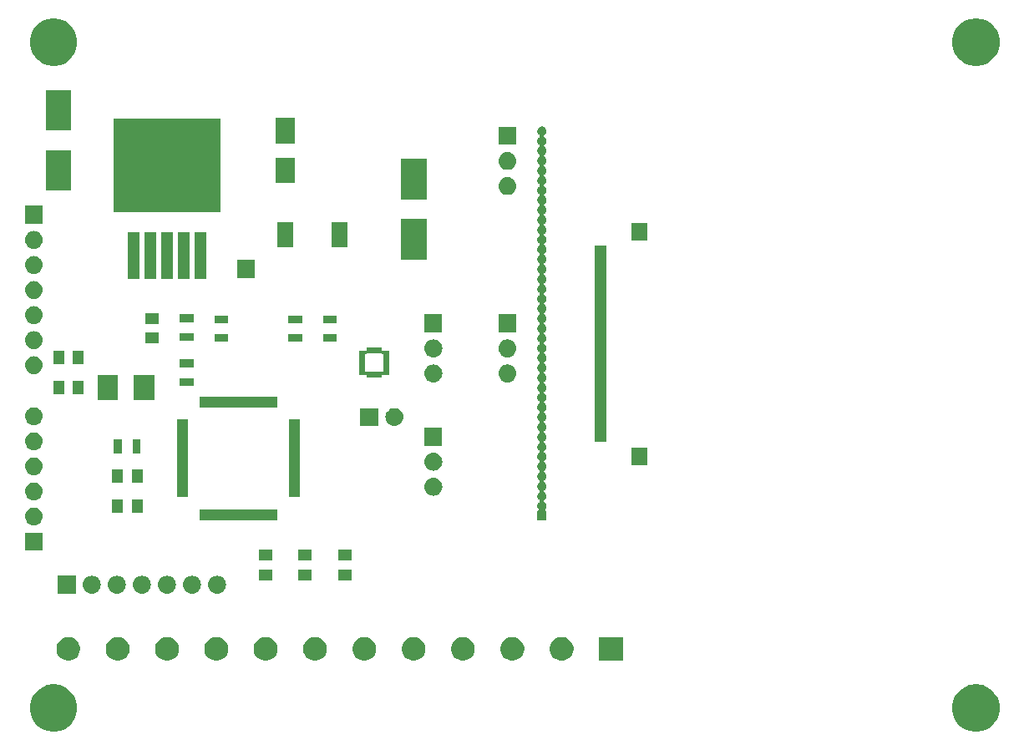
<source format=gbr>
G04 #@! TF.GenerationSoftware,KiCad,Pcbnew,5.1.0*
G04 #@! TF.CreationDate,2019-04-02T01:21:10-05:00*
G04 #@! TF.ProjectId,Cluster,436c7573-7465-4722-9e6b-696361645f70,rev?*
G04 #@! TF.SameCoordinates,Original*
G04 #@! TF.FileFunction,Soldermask,Top*
G04 #@! TF.FilePolarity,Negative*
%FSLAX46Y46*%
G04 Gerber Fmt 4.6, Leading zero omitted, Abs format (unit mm)*
G04 Created by KiCad (PCBNEW 5.1.0) date 2019-04-02 01:21:10*
%MOMM*%
%LPD*%
G04 APERTURE LIST*
%ADD10C,0.100000*%
G04 APERTURE END LIST*
D10*
G36*
X178467640Y-101780000D02*
G01*
X179080000Y-101780000D01*
X179080000Y-102218797D01*
X178467640Y-102218797D01*
X178467640Y-101780000D01*
G37*
G36*
X178468000Y-102280000D02*
G01*
X179080000Y-102280000D01*
X179080000Y-102719635D01*
X178468000Y-102719635D01*
X178468000Y-102280000D01*
G37*
G36*
X178467830Y-102780000D02*
G01*
X179080000Y-102780000D01*
X179080000Y-103220313D01*
X178467830Y-103220313D01*
X178467830Y-102780000D01*
G37*
G36*
X178468260Y-103280000D02*
G01*
X179080000Y-103280000D01*
X179080000Y-103720817D01*
X178468260Y-103720817D01*
X178468260Y-103280000D01*
G37*
G36*
X178469140Y-103780000D02*
G01*
X179080000Y-103780000D01*
X179080000Y-104220680D01*
X178469140Y-104220680D01*
X178469140Y-103780000D01*
G37*
G36*
X181530000Y-103720259D02*
G01*
X180920331Y-103720259D01*
X180920331Y-103280000D01*
X181530000Y-103280000D01*
X181530000Y-103720259D01*
G37*
G36*
X181530000Y-103220377D02*
G01*
X180921578Y-103220377D01*
X180921578Y-102780000D01*
X181530000Y-102780000D01*
X181530000Y-103220377D01*
G37*
G36*
X181530000Y-102719712D02*
G01*
X180920945Y-102719712D01*
X180920945Y-102280000D01*
X181530000Y-102280000D01*
X181530000Y-102719712D01*
G37*
G36*
X181530000Y-102219927D02*
G01*
X180920086Y-102219927D01*
X180920086Y-101780000D01*
X181530000Y-101780000D01*
X181530000Y-102219927D01*
G37*
G36*
X181530000Y-104221920D02*
G01*
X180921448Y-104221920D01*
X180921448Y-103780000D01*
X181530000Y-103780000D01*
X181530000Y-104221920D01*
G37*
G36*
X180279818Y-104530180D02*
G01*
X180279818Y-103920238D01*
X180720239Y-103920238D01*
X180720239Y-104530180D01*
X180279818Y-104530180D01*
G37*
G36*
X179779291Y-104530710D02*
G01*
X179779291Y-103920461D01*
X180220461Y-103920461D01*
X180220461Y-104530710D01*
X179779291Y-104530710D01*
G37*
G36*
X179279697Y-104530300D02*
G01*
X179279697Y-103920086D01*
X179720086Y-103920086D01*
X179720086Y-104530300D01*
X179279697Y-104530300D01*
G37*
G36*
X180719952Y-101469950D02*
G01*
X180719952Y-102079929D01*
X180280071Y-102079928D01*
X180280072Y-101469950D01*
X180719952Y-101469950D01*
G37*
G36*
X180219609Y-101469610D02*
G01*
X180219608Y-102079792D01*
X179780208Y-102079791D01*
X179780209Y-101469610D01*
X180219609Y-101469610D01*
G37*
G36*
X179719578Y-101469580D02*
G01*
X179719577Y-102079952D01*
X179280048Y-102079952D01*
X179280048Y-101469580D01*
X179719578Y-101469580D01*
G37*
G36*
X241468412Y-135645135D02*
G01*
X241700346Y-135691269D01*
X242137300Y-135872262D01*
X242530548Y-136135022D01*
X242864978Y-136469452D01*
X243127738Y-136862700D01*
X243308731Y-137299654D01*
X243401000Y-137763522D01*
X243401000Y-138236478D01*
X243308731Y-138700346D01*
X243127738Y-139137300D01*
X242864978Y-139530548D01*
X242530548Y-139864978D01*
X242137300Y-140127738D01*
X241700346Y-140308731D01*
X241468412Y-140354866D01*
X241236479Y-140401000D01*
X240763521Y-140401000D01*
X240531588Y-140354866D01*
X240299654Y-140308731D01*
X239862700Y-140127738D01*
X239469452Y-139864978D01*
X239135022Y-139530548D01*
X238872262Y-139137300D01*
X238691269Y-138700346D01*
X238599000Y-138236478D01*
X238599000Y-137763522D01*
X238691269Y-137299654D01*
X238872262Y-136862700D01*
X239135022Y-136469452D01*
X239469452Y-136135022D01*
X239862700Y-135872262D01*
X240299654Y-135691269D01*
X240531588Y-135645135D01*
X240763521Y-135599000D01*
X241236479Y-135599000D01*
X241468412Y-135645135D01*
X241468412Y-135645135D01*
G37*
G36*
X147968412Y-135645135D02*
G01*
X148200346Y-135691269D01*
X148637300Y-135872262D01*
X149030548Y-136135022D01*
X149364978Y-136469452D01*
X149627738Y-136862700D01*
X149808731Y-137299654D01*
X149901000Y-137763522D01*
X149901000Y-138236478D01*
X149808731Y-138700346D01*
X149627738Y-139137300D01*
X149364978Y-139530548D01*
X149030548Y-139864978D01*
X148637300Y-140127738D01*
X148200346Y-140308731D01*
X147968412Y-140354866D01*
X147736479Y-140401000D01*
X147263521Y-140401000D01*
X147031588Y-140354866D01*
X146799654Y-140308731D01*
X146362700Y-140127738D01*
X145969452Y-139864978D01*
X145635022Y-139530548D01*
X145372262Y-139137300D01*
X145191269Y-138700346D01*
X145099000Y-138236478D01*
X145099000Y-137763522D01*
X145191269Y-137299654D01*
X145372262Y-136862700D01*
X145635022Y-136469452D01*
X145969452Y-136135022D01*
X146362700Y-135872262D01*
X146799654Y-135691269D01*
X147031588Y-135645135D01*
X147263521Y-135599000D01*
X147736479Y-135599000D01*
X147968412Y-135645135D01*
X147968412Y-135645135D01*
G37*
G36*
X205201000Y-133201000D02*
G01*
X202799000Y-133201000D01*
X202799000Y-130799000D01*
X205201000Y-130799000D01*
X205201000Y-133201000D01*
X205201000Y-133201000D01*
G37*
G36*
X154350318Y-130845153D02*
G01*
X154568885Y-130935687D01*
X154568887Y-130935688D01*
X154765593Y-131067122D01*
X154932878Y-131234407D01*
X155064312Y-131431113D01*
X155064313Y-131431115D01*
X155154847Y-131649682D01*
X155201000Y-131881710D01*
X155201000Y-132118290D01*
X155154847Y-132350318D01*
X155064313Y-132568885D01*
X155064312Y-132568887D01*
X154932878Y-132765593D01*
X154765593Y-132932878D01*
X154568887Y-133064312D01*
X154568886Y-133064313D01*
X154568885Y-133064313D01*
X154350318Y-133154847D01*
X154118290Y-133201000D01*
X153881710Y-133201000D01*
X153649682Y-133154847D01*
X153431115Y-133064313D01*
X153431114Y-133064313D01*
X153431113Y-133064312D01*
X153234407Y-132932878D01*
X153067122Y-132765593D01*
X152935688Y-132568887D01*
X152935687Y-132568885D01*
X152845153Y-132350318D01*
X152799000Y-132118290D01*
X152799000Y-131881710D01*
X152845153Y-131649682D01*
X152935687Y-131431115D01*
X152935688Y-131431113D01*
X153067122Y-131234407D01*
X153234407Y-131067122D01*
X153431113Y-130935688D01*
X153431115Y-130935687D01*
X153649682Y-130845153D01*
X153881710Y-130799000D01*
X154118290Y-130799000D01*
X154350318Y-130845153D01*
X154350318Y-130845153D01*
G37*
G36*
X149350318Y-130845153D02*
G01*
X149568885Y-130935687D01*
X149568887Y-130935688D01*
X149765593Y-131067122D01*
X149932878Y-131234407D01*
X150064312Y-131431113D01*
X150064313Y-131431115D01*
X150154847Y-131649682D01*
X150201000Y-131881710D01*
X150201000Y-132118290D01*
X150154847Y-132350318D01*
X150064313Y-132568885D01*
X150064312Y-132568887D01*
X149932878Y-132765593D01*
X149765593Y-132932878D01*
X149568887Y-133064312D01*
X149568886Y-133064313D01*
X149568885Y-133064313D01*
X149350318Y-133154847D01*
X149118290Y-133201000D01*
X148881710Y-133201000D01*
X148649682Y-133154847D01*
X148431115Y-133064313D01*
X148431114Y-133064313D01*
X148431113Y-133064312D01*
X148234407Y-132932878D01*
X148067122Y-132765593D01*
X147935688Y-132568887D01*
X147935687Y-132568885D01*
X147845153Y-132350318D01*
X147799000Y-132118290D01*
X147799000Y-131881710D01*
X147845153Y-131649682D01*
X147935687Y-131431115D01*
X147935688Y-131431113D01*
X148067122Y-131234407D01*
X148234407Y-131067122D01*
X148431113Y-130935688D01*
X148431115Y-130935687D01*
X148649682Y-130845153D01*
X148881710Y-130799000D01*
X149118290Y-130799000D01*
X149350318Y-130845153D01*
X149350318Y-130845153D01*
G37*
G36*
X159350318Y-130845153D02*
G01*
X159568885Y-130935687D01*
X159568887Y-130935688D01*
X159765593Y-131067122D01*
X159932878Y-131234407D01*
X160064312Y-131431113D01*
X160064313Y-131431115D01*
X160154847Y-131649682D01*
X160201000Y-131881710D01*
X160201000Y-132118290D01*
X160154847Y-132350318D01*
X160064313Y-132568885D01*
X160064312Y-132568887D01*
X159932878Y-132765593D01*
X159765593Y-132932878D01*
X159568887Y-133064312D01*
X159568886Y-133064313D01*
X159568885Y-133064313D01*
X159350318Y-133154847D01*
X159118290Y-133201000D01*
X158881710Y-133201000D01*
X158649682Y-133154847D01*
X158431115Y-133064313D01*
X158431114Y-133064313D01*
X158431113Y-133064312D01*
X158234407Y-132932878D01*
X158067122Y-132765593D01*
X157935688Y-132568887D01*
X157935687Y-132568885D01*
X157845153Y-132350318D01*
X157799000Y-132118290D01*
X157799000Y-131881710D01*
X157845153Y-131649682D01*
X157935687Y-131431115D01*
X157935688Y-131431113D01*
X158067122Y-131234407D01*
X158234407Y-131067122D01*
X158431113Y-130935688D01*
X158431115Y-130935687D01*
X158649682Y-130845153D01*
X158881710Y-130799000D01*
X159118290Y-130799000D01*
X159350318Y-130845153D01*
X159350318Y-130845153D01*
G37*
G36*
X164350318Y-130845153D02*
G01*
X164568885Y-130935687D01*
X164568887Y-130935688D01*
X164765593Y-131067122D01*
X164932878Y-131234407D01*
X165064312Y-131431113D01*
X165064313Y-131431115D01*
X165154847Y-131649682D01*
X165201000Y-131881710D01*
X165201000Y-132118290D01*
X165154847Y-132350318D01*
X165064313Y-132568885D01*
X165064312Y-132568887D01*
X164932878Y-132765593D01*
X164765593Y-132932878D01*
X164568887Y-133064312D01*
X164568886Y-133064313D01*
X164568885Y-133064313D01*
X164350318Y-133154847D01*
X164118290Y-133201000D01*
X163881710Y-133201000D01*
X163649682Y-133154847D01*
X163431115Y-133064313D01*
X163431114Y-133064313D01*
X163431113Y-133064312D01*
X163234407Y-132932878D01*
X163067122Y-132765593D01*
X162935688Y-132568887D01*
X162935687Y-132568885D01*
X162845153Y-132350318D01*
X162799000Y-132118290D01*
X162799000Y-131881710D01*
X162845153Y-131649682D01*
X162935687Y-131431115D01*
X162935688Y-131431113D01*
X163067122Y-131234407D01*
X163234407Y-131067122D01*
X163431113Y-130935688D01*
X163431115Y-130935687D01*
X163649682Y-130845153D01*
X163881710Y-130799000D01*
X164118290Y-130799000D01*
X164350318Y-130845153D01*
X164350318Y-130845153D01*
G37*
G36*
X169350318Y-130845153D02*
G01*
X169568885Y-130935687D01*
X169568887Y-130935688D01*
X169765593Y-131067122D01*
X169932878Y-131234407D01*
X170064312Y-131431113D01*
X170064313Y-131431115D01*
X170154847Y-131649682D01*
X170201000Y-131881710D01*
X170201000Y-132118290D01*
X170154847Y-132350318D01*
X170064313Y-132568885D01*
X170064312Y-132568887D01*
X169932878Y-132765593D01*
X169765593Y-132932878D01*
X169568887Y-133064312D01*
X169568886Y-133064313D01*
X169568885Y-133064313D01*
X169350318Y-133154847D01*
X169118290Y-133201000D01*
X168881710Y-133201000D01*
X168649682Y-133154847D01*
X168431115Y-133064313D01*
X168431114Y-133064313D01*
X168431113Y-133064312D01*
X168234407Y-132932878D01*
X168067122Y-132765593D01*
X167935688Y-132568887D01*
X167935687Y-132568885D01*
X167845153Y-132350318D01*
X167799000Y-132118290D01*
X167799000Y-131881710D01*
X167845153Y-131649682D01*
X167935687Y-131431115D01*
X167935688Y-131431113D01*
X168067122Y-131234407D01*
X168234407Y-131067122D01*
X168431113Y-130935688D01*
X168431115Y-130935687D01*
X168649682Y-130845153D01*
X168881710Y-130799000D01*
X169118290Y-130799000D01*
X169350318Y-130845153D01*
X169350318Y-130845153D01*
G37*
G36*
X174350318Y-130845153D02*
G01*
X174568885Y-130935687D01*
X174568887Y-130935688D01*
X174765593Y-131067122D01*
X174932878Y-131234407D01*
X175064312Y-131431113D01*
X175064313Y-131431115D01*
X175154847Y-131649682D01*
X175201000Y-131881710D01*
X175201000Y-132118290D01*
X175154847Y-132350318D01*
X175064313Y-132568885D01*
X175064312Y-132568887D01*
X174932878Y-132765593D01*
X174765593Y-132932878D01*
X174568887Y-133064312D01*
X174568886Y-133064313D01*
X174568885Y-133064313D01*
X174350318Y-133154847D01*
X174118290Y-133201000D01*
X173881710Y-133201000D01*
X173649682Y-133154847D01*
X173431115Y-133064313D01*
X173431114Y-133064313D01*
X173431113Y-133064312D01*
X173234407Y-132932878D01*
X173067122Y-132765593D01*
X172935688Y-132568887D01*
X172935687Y-132568885D01*
X172845153Y-132350318D01*
X172799000Y-132118290D01*
X172799000Y-131881710D01*
X172845153Y-131649682D01*
X172935687Y-131431115D01*
X172935688Y-131431113D01*
X173067122Y-131234407D01*
X173234407Y-131067122D01*
X173431113Y-130935688D01*
X173431115Y-130935687D01*
X173649682Y-130845153D01*
X173881710Y-130799000D01*
X174118290Y-130799000D01*
X174350318Y-130845153D01*
X174350318Y-130845153D01*
G37*
G36*
X184350318Y-130845153D02*
G01*
X184568885Y-130935687D01*
X184568887Y-130935688D01*
X184765593Y-131067122D01*
X184932878Y-131234407D01*
X185064312Y-131431113D01*
X185064313Y-131431115D01*
X185154847Y-131649682D01*
X185201000Y-131881710D01*
X185201000Y-132118290D01*
X185154847Y-132350318D01*
X185064313Y-132568885D01*
X185064312Y-132568887D01*
X184932878Y-132765593D01*
X184765593Y-132932878D01*
X184568887Y-133064312D01*
X184568886Y-133064313D01*
X184568885Y-133064313D01*
X184350318Y-133154847D01*
X184118290Y-133201000D01*
X183881710Y-133201000D01*
X183649682Y-133154847D01*
X183431115Y-133064313D01*
X183431114Y-133064313D01*
X183431113Y-133064312D01*
X183234407Y-132932878D01*
X183067122Y-132765593D01*
X182935688Y-132568887D01*
X182935687Y-132568885D01*
X182845153Y-132350318D01*
X182799000Y-132118290D01*
X182799000Y-131881710D01*
X182845153Y-131649682D01*
X182935687Y-131431115D01*
X182935688Y-131431113D01*
X183067122Y-131234407D01*
X183234407Y-131067122D01*
X183431113Y-130935688D01*
X183431115Y-130935687D01*
X183649682Y-130845153D01*
X183881710Y-130799000D01*
X184118290Y-130799000D01*
X184350318Y-130845153D01*
X184350318Y-130845153D01*
G37*
G36*
X189350318Y-130845153D02*
G01*
X189568885Y-130935687D01*
X189568887Y-130935688D01*
X189765593Y-131067122D01*
X189932878Y-131234407D01*
X190064312Y-131431113D01*
X190064313Y-131431115D01*
X190154847Y-131649682D01*
X190201000Y-131881710D01*
X190201000Y-132118290D01*
X190154847Y-132350318D01*
X190064313Y-132568885D01*
X190064312Y-132568887D01*
X189932878Y-132765593D01*
X189765593Y-132932878D01*
X189568887Y-133064312D01*
X189568886Y-133064313D01*
X189568885Y-133064313D01*
X189350318Y-133154847D01*
X189118290Y-133201000D01*
X188881710Y-133201000D01*
X188649682Y-133154847D01*
X188431115Y-133064313D01*
X188431114Y-133064313D01*
X188431113Y-133064312D01*
X188234407Y-132932878D01*
X188067122Y-132765593D01*
X187935688Y-132568887D01*
X187935687Y-132568885D01*
X187845153Y-132350318D01*
X187799000Y-132118290D01*
X187799000Y-131881710D01*
X187845153Y-131649682D01*
X187935687Y-131431115D01*
X187935688Y-131431113D01*
X188067122Y-131234407D01*
X188234407Y-131067122D01*
X188431113Y-130935688D01*
X188431115Y-130935687D01*
X188649682Y-130845153D01*
X188881710Y-130799000D01*
X189118290Y-130799000D01*
X189350318Y-130845153D01*
X189350318Y-130845153D01*
G37*
G36*
X194350318Y-130845153D02*
G01*
X194568885Y-130935687D01*
X194568887Y-130935688D01*
X194765593Y-131067122D01*
X194932878Y-131234407D01*
X195064312Y-131431113D01*
X195064313Y-131431115D01*
X195154847Y-131649682D01*
X195201000Y-131881710D01*
X195201000Y-132118290D01*
X195154847Y-132350318D01*
X195064313Y-132568885D01*
X195064312Y-132568887D01*
X194932878Y-132765593D01*
X194765593Y-132932878D01*
X194568887Y-133064312D01*
X194568886Y-133064313D01*
X194568885Y-133064313D01*
X194350318Y-133154847D01*
X194118290Y-133201000D01*
X193881710Y-133201000D01*
X193649682Y-133154847D01*
X193431115Y-133064313D01*
X193431114Y-133064313D01*
X193431113Y-133064312D01*
X193234407Y-132932878D01*
X193067122Y-132765593D01*
X192935688Y-132568887D01*
X192935687Y-132568885D01*
X192845153Y-132350318D01*
X192799000Y-132118290D01*
X192799000Y-131881710D01*
X192845153Y-131649682D01*
X192935687Y-131431115D01*
X192935688Y-131431113D01*
X193067122Y-131234407D01*
X193234407Y-131067122D01*
X193431113Y-130935688D01*
X193431115Y-130935687D01*
X193649682Y-130845153D01*
X193881710Y-130799000D01*
X194118290Y-130799000D01*
X194350318Y-130845153D01*
X194350318Y-130845153D01*
G37*
G36*
X199350318Y-130845153D02*
G01*
X199568885Y-130935687D01*
X199568887Y-130935688D01*
X199765593Y-131067122D01*
X199932878Y-131234407D01*
X200064312Y-131431113D01*
X200064313Y-131431115D01*
X200154847Y-131649682D01*
X200201000Y-131881710D01*
X200201000Y-132118290D01*
X200154847Y-132350318D01*
X200064313Y-132568885D01*
X200064312Y-132568887D01*
X199932878Y-132765593D01*
X199765593Y-132932878D01*
X199568887Y-133064312D01*
X199568886Y-133064313D01*
X199568885Y-133064313D01*
X199350318Y-133154847D01*
X199118290Y-133201000D01*
X198881710Y-133201000D01*
X198649682Y-133154847D01*
X198431115Y-133064313D01*
X198431114Y-133064313D01*
X198431113Y-133064312D01*
X198234407Y-132932878D01*
X198067122Y-132765593D01*
X197935688Y-132568887D01*
X197935687Y-132568885D01*
X197845153Y-132350318D01*
X197799000Y-132118290D01*
X197799000Y-131881710D01*
X197845153Y-131649682D01*
X197935687Y-131431115D01*
X197935688Y-131431113D01*
X198067122Y-131234407D01*
X198234407Y-131067122D01*
X198431113Y-130935688D01*
X198431115Y-130935687D01*
X198649682Y-130845153D01*
X198881710Y-130799000D01*
X199118290Y-130799000D01*
X199350318Y-130845153D01*
X199350318Y-130845153D01*
G37*
G36*
X179350318Y-130845153D02*
G01*
X179568885Y-130935687D01*
X179568887Y-130935688D01*
X179765593Y-131067122D01*
X179932878Y-131234407D01*
X180064312Y-131431113D01*
X180064313Y-131431115D01*
X180154847Y-131649682D01*
X180201000Y-131881710D01*
X180201000Y-132118290D01*
X180154847Y-132350318D01*
X180064313Y-132568885D01*
X180064312Y-132568887D01*
X179932878Y-132765593D01*
X179765593Y-132932878D01*
X179568887Y-133064312D01*
X179568886Y-133064313D01*
X179568885Y-133064313D01*
X179350318Y-133154847D01*
X179118290Y-133201000D01*
X178881710Y-133201000D01*
X178649682Y-133154847D01*
X178431115Y-133064313D01*
X178431114Y-133064313D01*
X178431113Y-133064312D01*
X178234407Y-132932878D01*
X178067122Y-132765593D01*
X177935688Y-132568887D01*
X177935687Y-132568885D01*
X177845153Y-132350318D01*
X177799000Y-132118290D01*
X177799000Y-131881710D01*
X177845153Y-131649682D01*
X177935687Y-131431115D01*
X177935688Y-131431113D01*
X178067122Y-131234407D01*
X178234407Y-131067122D01*
X178431113Y-130935688D01*
X178431115Y-130935687D01*
X178649682Y-130845153D01*
X178881710Y-130799000D01*
X179118290Y-130799000D01*
X179350318Y-130845153D01*
X179350318Y-130845153D01*
G37*
G36*
X151490443Y-124605519D02*
G01*
X151556627Y-124612037D01*
X151726466Y-124663557D01*
X151882991Y-124747222D01*
X151918729Y-124776552D01*
X152020186Y-124859814D01*
X152103448Y-124961271D01*
X152132778Y-124997009D01*
X152216443Y-125153534D01*
X152267963Y-125323373D01*
X152285359Y-125500000D01*
X152267963Y-125676627D01*
X152216443Y-125846466D01*
X152132778Y-126002991D01*
X152103448Y-126038729D01*
X152020186Y-126140186D01*
X151918729Y-126223448D01*
X151882991Y-126252778D01*
X151726466Y-126336443D01*
X151556627Y-126387963D01*
X151490443Y-126394481D01*
X151424260Y-126401000D01*
X151335740Y-126401000D01*
X151269557Y-126394481D01*
X151203373Y-126387963D01*
X151033534Y-126336443D01*
X150877009Y-126252778D01*
X150841271Y-126223448D01*
X150739814Y-126140186D01*
X150656552Y-126038729D01*
X150627222Y-126002991D01*
X150543557Y-125846466D01*
X150492037Y-125676627D01*
X150474641Y-125500000D01*
X150492037Y-125323373D01*
X150543557Y-125153534D01*
X150627222Y-124997009D01*
X150656552Y-124961271D01*
X150739814Y-124859814D01*
X150841271Y-124776552D01*
X150877009Y-124747222D01*
X151033534Y-124663557D01*
X151203373Y-124612037D01*
X151269557Y-124605519D01*
X151335740Y-124599000D01*
X151424260Y-124599000D01*
X151490443Y-124605519D01*
X151490443Y-124605519D01*
G37*
G36*
X154030443Y-124605519D02*
G01*
X154096627Y-124612037D01*
X154266466Y-124663557D01*
X154422991Y-124747222D01*
X154458729Y-124776552D01*
X154560186Y-124859814D01*
X154643448Y-124961271D01*
X154672778Y-124997009D01*
X154756443Y-125153534D01*
X154807963Y-125323373D01*
X154825359Y-125500000D01*
X154807963Y-125676627D01*
X154756443Y-125846466D01*
X154672778Y-126002991D01*
X154643448Y-126038729D01*
X154560186Y-126140186D01*
X154458729Y-126223448D01*
X154422991Y-126252778D01*
X154266466Y-126336443D01*
X154096627Y-126387963D01*
X154030443Y-126394481D01*
X153964260Y-126401000D01*
X153875740Y-126401000D01*
X153809557Y-126394481D01*
X153743373Y-126387963D01*
X153573534Y-126336443D01*
X153417009Y-126252778D01*
X153381271Y-126223448D01*
X153279814Y-126140186D01*
X153196552Y-126038729D01*
X153167222Y-126002991D01*
X153083557Y-125846466D01*
X153032037Y-125676627D01*
X153014641Y-125500000D01*
X153032037Y-125323373D01*
X153083557Y-125153534D01*
X153167222Y-124997009D01*
X153196552Y-124961271D01*
X153279814Y-124859814D01*
X153381271Y-124776552D01*
X153417009Y-124747222D01*
X153573534Y-124663557D01*
X153743373Y-124612037D01*
X153809557Y-124605519D01*
X153875740Y-124599000D01*
X153964260Y-124599000D01*
X154030443Y-124605519D01*
X154030443Y-124605519D01*
G37*
G36*
X149741000Y-126401000D02*
G01*
X147939000Y-126401000D01*
X147939000Y-124599000D01*
X149741000Y-124599000D01*
X149741000Y-126401000D01*
X149741000Y-126401000D01*
G37*
G36*
X156570443Y-124605519D02*
G01*
X156636627Y-124612037D01*
X156806466Y-124663557D01*
X156962991Y-124747222D01*
X156998729Y-124776552D01*
X157100186Y-124859814D01*
X157183448Y-124961271D01*
X157212778Y-124997009D01*
X157296443Y-125153534D01*
X157347963Y-125323373D01*
X157365359Y-125500000D01*
X157347963Y-125676627D01*
X157296443Y-125846466D01*
X157212778Y-126002991D01*
X157183448Y-126038729D01*
X157100186Y-126140186D01*
X156998729Y-126223448D01*
X156962991Y-126252778D01*
X156806466Y-126336443D01*
X156636627Y-126387963D01*
X156570443Y-126394481D01*
X156504260Y-126401000D01*
X156415740Y-126401000D01*
X156349557Y-126394481D01*
X156283373Y-126387963D01*
X156113534Y-126336443D01*
X155957009Y-126252778D01*
X155921271Y-126223448D01*
X155819814Y-126140186D01*
X155736552Y-126038729D01*
X155707222Y-126002991D01*
X155623557Y-125846466D01*
X155572037Y-125676627D01*
X155554641Y-125500000D01*
X155572037Y-125323373D01*
X155623557Y-125153534D01*
X155707222Y-124997009D01*
X155736552Y-124961271D01*
X155819814Y-124859814D01*
X155921271Y-124776552D01*
X155957009Y-124747222D01*
X156113534Y-124663557D01*
X156283373Y-124612037D01*
X156349557Y-124605519D01*
X156415740Y-124599000D01*
X156504260Y-124599000D01*
X156570443Y-124605519D01*
X156570443Y-124605519D01*
G37*
G36*
X164190443Y-124605519D02*
G01*
X164256627Y-124612037D01*
X164426466Y-124663557D01*
X164582991Y-124747222D01*
X164618729Y-124776552D01*
X164720186Y-124859814D01*
X164803448Y-124961271D01*
X164832778Y-124997009D01*
X164916443Y-125153534D01*
X164967963Y-125323373D01*
X164985359Y-125500000D01*
X164967963Y-125676627D01*
X164916443Y-125846466D01*
X164832778Y-126002991D01*
X164803448Y-126038729D01*
X164720186Y-126140186D01*
X164618729Y-126223448D01*
X164582991Y-126252778D01*
X164426466Y-126336443D01*
X164256627Y-126387963D01*
X164190443Y-126394481D01*
X164124260Y-126401000D01*
X164035740Y-126401000D01*
X163969557Y-126394481D01*
X163903373Y-126387963D01*
X163733534Y-126336443D01*
X163577009Y-126252778D01*
X163541271Y-126223448D01*
X163439814Y-126140186D01*
X163356552Y-126038729D01*
X163327222Y-126002991D01*
X163243557Y-125846466D01*
X163192037Y-125676627D01*
X163174641Y-125500000D01*
X163192037Y-125323373D01*
X163243557Y-125153534D01*
X163327222Y-124997009D01*
X163356552Y-124961271D01*
X163439814Y-124859814D01*
X163541271Y-124776552D01*
X163577009Y-124747222D01*
X163733534Y-124663557D01*
X163903373Y-124612037D01*
X163969557Y-124605519D01*
X164035740Y-124599000D01*
X164124260Y-124599000D01*
X164190443Y-124605519D01*
X164190443Y-124605519D01*
G37*
G36*
X161650443Y-124605519D02*
G01*
X161716627Y-124612037D01*
X161886466Y-124663557D01*
X162042991Y-124747222D01*
X162078729Y-124776552D01*
X162180186Y-124859814D01*
X162263448Y-124961271D01*
X162292778Y-124997009D01*
X162376443Y-125153534D01*
X162427963Y-125323373D01*
X162445359Y-125500000D01*
X162427963Y-125676627D01*
X162376443Y-125846466D01*
X162292778Y-126002991D01*
X162263448Y-126038729D01*
X162180186Y-126140186D01*
X162078729Y-126223448D01*
X162042991Y-126252778D01*
X161886466Y-126336443D01*
X161716627Y-126387963D01*
X161650443Y-126394481D01*
X161584260Y-126401000D01*
X161495740Y-126401000D01*
X161429557Y-126394481D01*
X161363373Y-126387963D01*
X161193534Y-126336443D01*
X161037009Y-126252778D01*
X161001271Y-126223448D01*
X160899814Y-126140186D01*
X160816552Y-126038729D01*
X160787222Y-126002991D01*
X160703557Y-125846466D01*
X160652037Y-125676627D01*
X160634641Y-125500000D01*
X160652037Y-125323373D01*
X160703557Y-125153534D01*
X160787222Y-124997009D01*
X160816552Y-124961271D01*
X160899814Y-124859814D01*
X161001271Y-124776552D01*
X161037009Y-124747222D01*
X161193534Y-124663557D01*
X161363373Y-124612037D01*
X161429557Y-124605519D01*
X161495740Y-124599000D01*
X161584260Y-124599000D01*
X161650443Y-124605519D01*
X161650443Y-124605519D01*
G37*
G36*
X159110443Y-124605519D02*
G01*
X159176627Y-124612037D01*
X159346466Y-124663557D01*
X159502991Y-124747222D01*
X159538729Y-124776552D01*
X159640186Y-124859814D01*
X159723448Y-124961271D01*
X159752778Y-124997009D01*
X159836443Y-125153534D01*
X159887963Y-125323373D01*
X159905359Y-125500000D01*
X159887963Y-125676627D01*
X159836443Y-125846466D01*
X159752778Y-126002991D01*
X159723448Y-126038729D01*
X159640186Y-126140186D01*
X159538729Y-126223448D01*
X159502991Y-126252778D01*
X159346466Y-126336443D01*
X159176627Y-126387963D01*
X159110443Y-126394481D01*
X159044260Y-126401000D01*
X158955740Y-126401000D01*
X158889557Y-126394481D01*
X158823373Y-126387963D01*
X158653534Y-126336443D01*
X158497009Y-126252778D01*
X158461271Y-126223448D01*
X158359814Y-126140186D01*
X158276552Y-126038729D01*
X158247222Y-126002991D01*
X158163557Y-125846466D01*
X158112037Y-125676627D01*
X158094641Y-125500000D01*
X158112037Y-125323373D01*
X158163557Y-125153534D01*
X158247222Y-124997009D01*
X158276552Y-124961271D01*
X158359814Y-124859814D01*
X158461271Y-124776552D01*
X158497009Y-124747222D01*
X158653534Y-124663557D01*
X158823373Y-124612037D01*
X158889557Y-124605519D01*
X158955740Y-124599000D01*
X159044260Y-124599000D01*
X159110443Y-124605519D01*
X159110443Y-124605519D01*
G37*
G36*
X173676000Y-125051000D02*
G01*
X172324000Y-125051000D01*
X172324000Y-123949000D01*
X173676000Y-123949000D01*
X173676000Y-125051000D01*
X173676000Y-125051000D01*
G37*
G36*
X177676000Y-125051000D02*
G01*
X176324000Y-125051000D01*
X176324000Y-123949000D01*
X177676000Y-123949000D01*
X177676000Y-125051000D01*
X177676000Y-125051000D01*
G37*
G36*
X169676000Y-125051000D02*
G01*
X168324000Y-125051000D01*
X168324000Y-123949000D01*
X169676000Y-123949000D01*
X169676000Y-125051000D01*
X169676000Y-125051000D01*
G37*
G36*
X169676000Y-123051000D02*
G01*
X168324000Y-123051000D01*
X168324000Y-121949000D01*
X169676000Y-121949000D01*
X169676000Y-123051000D01*
X169676000Y-123051000D01*
G37*
G36*
X173676000Y-123051000D02*
G01*
X172324000Y-123051000D01*
X172324000Y-121949000D01*
X173676000Y-121949000D01*
X173676000Y-123051000D01*
X173676000Y-123051000D01*
G37*
G36*
X177676000Y-123051000D02*
G01*
X176324000Y-123051000D01*
X176324000Y-121949000D01*
X177676000Y-121949000D01*
X177676000Y-123051000D01*
X177676000Y-123051000D01*
G37*
G36*
X146401000Y-122021000D02*
G01*
X144599000Y-122021000D01*
X144599000Y-120219000D01*
X146401000Y-120219000D01*
X146401000Y-122021000D01*
X146401000Y-122021000D01*
G37*
G36*
X145585288Y-117683041D02*
G01*
X145676627Y-117692037D01*
X145846466Y-117743557D01*
X146002991Y-117827222D01*
X146038729Y-117856552D01*
X146140186Y-117939814D01*
X146223448Y-118041271D01*
X146252778Y-118077009D01*
X146336443Y-118233534D01*
X146387963Y-118403373D01*
X146405359Y-118580000D01*
X146387963Y-118756627D01*
X146336443Y-118926466D01*
X146252778Y-119082991D01*
X146223448Y-119118729D01*
X146140186Y-119220186D01*
X146038729Y-119303448D01*
X146002991Y-119332778D01*
X145846466Y-119416443D01*
X145676627Y-119467963D01*
X145610443Y-119474481D01*
X145544260Y-119481000D01*
X145455740Y-119481000D01*
X145389557Y-119474481D01*
X145323373Y-119467963D01*
X145153534Y-119416443D01*
X144997009Y-119332778D01*
X144961271Y-119303448D01*
X144859814Y-119220186D01*
X144776552Y-119118729D01*
X144747222Y-119082991D01*
X144663557Y-118926466D01*
X144612037Y-118756627D01*
X144594641Y-118580000D01*
X144612037Y-118403373D01*
X144663557Y-118233534D01*
X144747222Y-118077009D01*
X144776552Y-118041271D01*
X144859814Y-117939814D01*
X144961271Y-117856552D01*
X144997009Y-117827222D01*
X145153534Y-117743557D01*
X145323373Y-117692037D01*
X145414712Y-117683041D01*
X145455740Y-117679000D01*
X145544260Y-117679000D01*
X145585288Y-117683041D01*
X145585288Y-117683041D01*
G37*
G36*
X197093312Y-79030887D02*
G01*
X197183039Y-79058106D01*
X197265731Y-79102306D01*
X197338211Y-79161789D01*
X197397694Y-79234269D01*
X197441894Y-79316961D01*
X197469113Y-79406688D01*
X197478303Y-79500000D01*
X197469113Y-79593312D01*
X197441894Y-79683039D01*
X197397694Y-79765731D01*
X197338211Y-79838211D01*
X197265731Y-79897694D01*
X197265726Y-79897697D01*
X197258808Y-79903374D01*
X197241481Y-79920701D01*
X197227867Y-79941075D01*
X197218490Y-79963714D01*
X197213709Y-79987747D01*
X197213709Y-80012251D01*
X197218489Y-80036285D01*
X197227866Y-80058924D01*
X197241480Y-80079298D01*
X197258808Y-80096626D01*
X197265726Y-80102303D01*
X197265731Y-80102306D01*
X197338211Y-80161789D01*
X197397694Y-80234269D01*
X197441894Y-80316961D01*
X197469113Y-80406688D01*
X197478303Y-80500000D01*
X197469113Y-80593312D01*
X197441894Y-80683039D01*
X197397694Y-80765731D01*
X197338211Y-80838211D01*
X197265731Y-80897694D01*
X197265726Y-80897697D01*
X197258808Y-80903374D01*
X197241481Y-80920701D01*
X197227867Y-80941075D01*
X197218490Y-80963714D01*
X197213709Y-80987747D01*
X197213709Y-81012251D01*
X197218489Y-81036285D01*
X197227866Y-81058924D01*
X197241480Y-81079298D01*
X197258808Y-81096626D01*
X197265726Y-81102303D01*
X197265731Y-81102306D01*
X197338211Y-81161789D01*
X197397694Y-81234269D01*
X197441894Y-81316961D01*
X197469113Y-81406688D01*
X197478303Y-81500000D01*
X197469113Y-81593312D01*
X197441894Y-81683039D01*
X197397694Y-81765731D01*
X197338211Y-81838211D01*
X197265731Y-81897694D01*
X197265726Y-81897697D01*
X197258808Y-81903374D01*
X197241481Y-81920701D01*
X197227867Y-81941075D01*
X197218490Y-81963714D01*
X197213709Y-81987747D01*
X197213709Y-82012251D01*
X197218489Y-82036285D01*
X197227866Y-82058924D01*
X197241480Y-82079298D01*
X197258808Y-82096626D01*
X197265726Y-82102303D01*
X197265731Y-82102306D01*
X197338211Y-82161789D01*
X197397694Y-82234269D01*
X197441894Y-82316961D01*
X197469113Y-82406688D01*
X197478303Y-82500000D01*
X197469113Y-82593312D01*
X197441894Y-82683039D01*
X197397694Y-82765731D01*
X197338211Y-82838211D01*
X197265731Y-82897694D01*
X197265726Y-82897697D01*
X197258808Y-82903374D01*
X197241481Y-82920701D01*
X197227867Y-82941075D01*
X197218490Y-82963714D01*
X197213709Y-82987747D01*
X197213709Y-83012251D01*
X197218489Y-83036285D01*
X197227866Y-83058924D01*
X197241480Y-83079298D01*
X197258808Y-83096626D01*
X197265726Y-83102303D01*
X197265731Y-83102306D01*
X197338211Y-83161789D01*
X197397694Y-83234269D01*
X197441894Y-83316961D01*
X197469113Y-83406688D01*
X197478303Y-83500000D01*
X197469113Y-83593312D01*
X197441894Y-83683039D01*
X197397694Y-83765731D01*
X197338211Y-83838211D01*
X197265731Y-83897694D01*
X197265726Y-83897697D01*
X197258808Y-83903374D01*
X197241481Y-83920701D01*
X197227867Y-83941075D01*
X197218490Y-83963714D01*
X197213709Y-83987747D01*
X197213709Y-84012251D01*
X197218489Y-84036285D01*
X197227866Y-84058924D01*
X197241480Y-84079298D01*
X197258808Y-84096626D01*
X197265726Y-84102303D01*
X197265731Y-84102306D01*
X197338211Y-84161789D01*
X197397694Y-84234269D01*
X197441894Y-84316961D01*
X197469113Y-84406688D01*
X197478303Y-84500000D01*
X197469113Y-84593312D01*
X197441894Y-84683039D01*
X197397694Y-84765731D01*
X197338211Y-84838211D01*
X197265731Y-84897694D01*
X197265726Y-84897697D01*
X197258808Y-84903374D01*
X197241481Y-84920701D01*
X197227867Y-84941075D01*
X197218490Y-84963714D01*
X197213709Y-84987747D01*
X197213709Y-85012251D01*
X197218489Y-85036285D01*
X197227866Y-85058924D01*
X197241480Y-85079298D01*
X197258808Y-85096626D01*
X197265726Y-85102303D01*
X197265731Y-85102306D01*
X197338211Y-85161789D01*
X197397694Y-85234269D01*
X197441894Y-85316961D01*
X197469113Y-85406688D01*
X197478303Y-85500000D01*
X197469113Y-85593312D01*
X197441894Y-85683039D01*
X197397694Y-85765731D01*
X197338211Y-85838211D01*
X197265731Y-85897694D01*
X197265726Y-85897697D01*
X197258808Y-85903374D01*
X197241481Y-85920701D01*
X197227867Y-85941075D01*
X197218490Y-85963714D01*
X197213709Y-85987747D01*
X197213709Y-86012251D01*
X197218489Y-86036285D01*
X197227866Y-86058924D01*
X197241480Y-86079298D01*
X197258808Y-86096626D01*
X197265726Y-86102303D01*
X197265731Y-86102306D01*
X197338211Y-86161789D01*
X197397694Y-86234269D01*
X197441894Y-86316961D01*
X197469113Y-86406688D01*
X197478303Y-86500000D01*
X197469113Y-86593312D01*
X197441894Y-86683039D01*
X197397694Y-86765731D01*
X197338211Y-86838211D01*
X197265731Y-86897694D01*
X197265726Y-86897697D01*
X197258808Y-86903374D01*
X197241481Y-86920701D01*
X197227867Y-86941075D01*
X197218490Y-86963714D01*
X197213709Y-86987747D01*
X197213709Y-87012251D01*
X197218489Y-87036285D01*
X197227866Y-87058924D01*
X197241480Y-87079298D01*
X197258808Y-87096626D01*
X197265726Y-87102303D01*
X197265731Y-87102306D01*
X197338211Y-87161789D01*
X197397694Y-87234269D01*
X197441894Y-87316961D01*
X197469113Y-87406688D01*
X197478303Y-87500000D01*
X197469113Y-87593312D01*
X197441894Y-87683039D01*
X197397694Y-87765731D01*
X197338211Y-87838211D01*
X197265731Y-87897694D01*
X197265726Y-87897697D01*
X197258808Y-87903374D01*
X197241481Y-87920701D01*
X197227867Y-87941075D01*
X197218490Y-87963714D01*
X197213709Y-87987747D01*
X197213709Y-88012251D01*
X197218489Y-88036285D01*
X197227866Y-88058924D01*
X197241480Y-88079298D01*
X197258808Y-88096626D01*
X197265726Y-88102303D01*
X197265731Y-88102306D01*
X197338211Y-88161789D01*
X197397694Y-88234269D01*
X197441894Y-88316961D01*
X197469113Y-88406688D01*
X197478303Y-88500000D01*
X197469113Y-88593312D01*
X197441894Y-88683039D01*
X197397694Y-88765731D01*
X197338211Y-88838211D01*
X197265731Y-88897694D01*
X197265726Y-88897697D01*
X197258808Y-88903374D01*
X197241481Y-88920701D01*
X197227867Y-88941075D01*
X197218490Y-88963714D01*
X197213709Y-88987747D01*
X197213709Y-89012251D01*
X197218489Y-89036285D01*
X197227866Y-89058924D01*
X197241480Y-89079298D01*
X197258808Y-89096626D01*
X197265726Y-89102303D01*
X197265731Y-89102306D01*
X197338211Y-89161789D01*
X197397694Y-89234269D01*
X197441894Y-89316961D01*
X197469113Y-89406688D01*
X197478303Y-89500000D01*
X197469113Y-89593312D01*
X197441894Y-89683039D01*
X197397694Y-89765731D01*
X197338211Y-89838211D01*
X197265731Y-89897694D01*
X197265726Y-89897697D01*
X197258808Y-89903374D01*
X197241481Y-89920701D01*
X197227867Y-89941075D01*
X197218490Y-89963714D01*
X197213709Y-89987747D01*
X197213709Y-90012251D01*
X197218489Y-90036285D01*
X197227866Y-90058924D01*
X197241480Y-90079298D01*
X197258808Y-90096626D01*
X197265726Y-90102303D01*
X197265731Y-90102306D01*
X197338211Y-90161789D01*
X197397694Y-90234269D01*
X197441894Y-90316961D01*
X197469113Y-90406688D01*
X197478303Y-90500000D01*
X197469113Y-90593312D01*
X197441894Y-90683039D01*
X197397694Y-90765731D01*
X197338211Y-90838211D01*
X197265731Y-90897694D01*
X197265726Y-90897697D01*
X197258808Y-90903374D01*
X197241481Y-90920701D01*
X197227867Y-90941075D01*
X197218490Y-90963714D01*
X197213709Y-90987747D01*
X197213709Y-91012251D01*
X197218489Y-91036285D01*
X197227866Y-91058924D01*
X197241480Y-91079298D01*
X197258808Y-91096626D01*
X197265726Y-91102303D01*
X197265731Y-91102306D01*
X197338211Y-91161789D01*
X197397694Y-91234269D01*
X197441894Y-91316961D01*
X197469113Y-91406688D01*
X197478303Y-91500000D01*
X197469113Y-91593312D01*
X197441894Y-91683039D01*
X197397694Y-91765731D01*
X197338211Y-91838211D01*
X197265731Y-91897694D01*
X197265726Y-91897697D01*
X197258808Y-91903374D01*
X197241481Y-91920701D01*
X197227867Y-91941075D01*
X197218490Y-91963714D01*
X197213709Y-91987747D01*
X197213709Y-92012251D01*
X197218489Y-92036285D01*
X197227866Y-92058924D01*
X197241480Y-92079298D01*
X197258808Y-92096626D01*
X197265726Y-92102303D01*
X197265731Y-92102306D01*
X197338211Y-92161789D01*
X197397694Y-92234269D01*
X197441894Y-92316961D01*
X197469113Y-92406688D01*
X197478303Y-92500000D01*
X197469113Y-92593312D01*
X197441894Y-92683039D01*
X197397694Y-92765731D01*
X197338211Y-92838211D01*
X197265731Y-92897694D01*
X197265726Y-92897697D01*
X197258808Y-92903374D01*
X197241481Y-92920701D01*
X197227867Y-92941075D01*
X197218490Y-92963714D01*
X197213709Y-92987747D01*
X197213709Y-93012251D01*
X197218489Y-93036285D01*
X197227866Y-93058924D01*
X197241480Y-93079298D01*
X197258808Y-93096626D01*
X197265726Y-93102303D01*
X197265731Y-93102306D01*
X197338211Y-93161789D01*
X197397694Y-93234269D01*
X197441894Y-93316961D01*
X197469113Y-93406688D01*
X197478303Y-93500000D01*
X197469113Y-93593312D01*
X197441894Y-93683039D01*
X197397694Y-93765731D01*
X197338211Y-93838211D01*
X197265731Y-93897694D01*
X197265726Y-93897697D01*
X197258808Y-93903374D01*
X197241481Y-93920701D01*
X197227867Y-93941075D01*
X197218490Y-93963714D01*
X197213709Y-93987747D01*
X197213709Y-94012251D01*
X197218489Y-94036285D01*
X197227866Y-94058924D01*
X197241480Y-94079298D01*
X197258808Y-94096626D01*
X197265726Y-94102303D01*
X197265731Y-94102306D01*
X197338211Y-94161789D01*
X197397694Y-94234269D01*
X197441894Y-94316961D01*
X197469113Y-94406688D01*
X197478303Y-94500000D01*
X197469113Y-94593312D01*
X197441894Y-94683039D01*
X197397694Y-94765731D01*
X197338211Y-94838211D01*
X197265731Y-94897694D01*
X197265726Y-94897697D01*
X197258808Y-94903374D01*
X197241481Y-94920701D01*
X197227867Y-94941075D01*
X197218490Y-94963714D01*
X197213709Y-94987747D01*
X197213709Y-95012251D01*
X197218489Y-95036285D01*
X197227866Y-95058924D01*
X197241480Y-95079298D01*
X197258808Y-95096626D01*
X197265726Y-95102303D01*
X197265731Y-95102306D01*
X197338211Y-95161789D01*
X197397694Y-95234269D01*
X197441894Y-95316961D01*
X197469113Y-95406688D01*
X197478303Y-95500000D01*
X197469113Y-95593312D01*
X197441894Y-95683039D01*
X197397694Y-95765731D01*
X197338211Y-95838211D01*
X197265731Y-95897694D01*
X197265726Y-95897697D01*
X197258808Y-95903374D01*
X197241481Y-95920701D01*
X197227867Y-95941075D01*
X197218490Y-95963714D01*
X197213709Y-95987747D01*
X197213709Y-96012251D01*
X197218489Y-96036285D01*
X197227866Y-96058924D01*
X197241480Y-96079298D01*
X197258808Y-96096626D01*
X197265726Y-96102303D01*
X197265731Y-96102306D01*
X197338211Y-96161789D01*
X197397694Y-96234269D01*
X197441894Y-96316961D01*
X197469113Y-96406688D01*
X197478303Y-96500000D01*
X197469113Y-96593312D01*
X197441894Y-96683039D01*
X197397694Y-96765731D01*
X197338211Y-96838211D01*
X197265731Y-96897694D01*
X197265726Y-96897697D01*
X197258808Y-96903374D01*
X197241481Y-96920701D01*
X197227867Y-96941075D01*
X197218490Y-96963714D01*
X197213709Y-96987747D01*
X197213709Y-97012251D01*
X197218489Y-97036285D01*
X197227866Y-97058924D01*
X197241480Y-97079298D01*
X197258808Y-97096626D01*
X197265726Y-97102303D01*
X197265731Y-97102306D01*
X197338211Y-97161789D01*
X197397694Y-97234269D01*
X197441894Y-97316961D01*
X197469113Y-97406688D01*
X197478303Y-97500000D01*
X197469113Y-97593312D01*
X197441894Y-97683039D01*
X197397694Y-97765731D01*
X197338211Y-97838211D01*
X197265731Y-97897694D01*
X197265726Y-97897697D01*
X197258808Y-97903374D01*
X197241481Y-97920701D01*
X197227867Y-97941075D01*
X197218490Y-97963714D01*
X197213709Y-97987747D01*
X197213709Y-98012251D01*
X197218489Y-98036285D01*
X197227866Y-98058924D01*
X197241480Y-98079298D01*
X197258808Y-98096626D01*
X197265726Y-98102303D01*
X197265731Y-98102306D01*
X197338211Y-98161789D01*
X197397694Y-98234269D01*
X197441894Y-98316961D01*
X197469113Y-98406688D01*
X197478303Y-98500000D01*
X197469113Y-98593312D01*
X197441894Y-98683039D01*
X197397694Y-98765731D01*
X197338211Y-98838211D01*
X197265731Y-98897694D01*
X197265726Y-98897697D01*
X197258808Y-98903374D01*
X197241481Y-98920701D01*
X197227867Y-98941075D01*
X197218490Y-98963714D01*
X197213709Y-98987747D01*
X197213709Y-99012251D01*
X197218489Y-99036285D01*
X197227866Y-99058924D01*
X197241480Y-99079298D01*
X197258808Y-99096626D01*
X197265726Y-99102303D01*
X197265731Y-99102306D01*
X197338211Y-99161789D01*
X197397694Y-99234269D01*
X197441894Y-99316961D01*
X197469113Y-99406688D01*
X197478303Y-99500000D01*
X197469113Y-99593312D01*
X197441894Y-99683039D01*
X197397694Y-99765731D01*
X197338211Y-99838211D01*
X197265731Y-99897694D01*
X197265726Y-99897697D01*
X197258808Y-99903374D01*
X197241481Y-99920701D01*
X197227867Y-99941075D01*
X197218490Y-99963714D01*
X197213709Y-99987747D01*
X197213709Y-100012251D01*
X197218489Y-100036285D01*
X197227866Y-100058924D01*
X197241480Y-100079298D01*
X197258808Y-100096626D01*
X197265726Y-100102303D01*
X197265731Y-100102306D01*
X197338211Y-100161789D01*
X197397694Y-100234269D01*
X197441894Y-100316961D01*
X197469113Y-100406688D01*
X197478303Y-100500000D01*
X197469113Y-100593312D01*
X197441894Y-100683039D01*
X197397694Y-100765731D01*
X197338211Y-100838211D01*
X197265731Y-100897694D01*
X197265726Y-100897697D01*
X197258808Y-100903374D01*
X197241481Y-100920701D01*
X197227867Y-100941075D01*
X197218490Y-100963714D01*
X197213709Y-100987747D01*
X197213709Y-101012251D01*
X197218489Y-101036285D01*
X197227866Y-101058924D01*
X197241480Y-101079298D01*
X197258808Y-101096626D01*
X197265726Y-101102303D01*
X197265731Y-101102306D01*
X197338211Y-101161789D01*
X197397694Y-101234269D01*
X197441894Y-101316961D01*
X197469113Y-101406688D01*
X197478303Y-101500000D01*
X197469113Y-101593312D01*
X197441894Y-101683039D01*
X197397694Y-101765731D01*
X197338211Y-101838211D01*
X197265731Y-101897694D01*
X197265726Y-101897697D01*
X197258808Y-101903374D01*
X197241481Y-101920701D01*
X197227867Y-101941075D01*
X197218490Y-101963714D01*
X197213709Y-101987747D01*
X197213709Y-102012251D01*
X197218489Y-102036285D01*
X197227866Y-102058924D01*
X197241480Y-102079298D01*
X197258808Y-102096626D01*
X197265726Y-102102303D01*
X197265731Y-102102306D01*
X197338211Y-102161789D01*
X197397694Y-102234269D01*
X197441894Y-102316961D01*
X197469113Y-102406688D01*
X197478303Y-102500000D01*
X197469113Y-102593312D01*
X197441894Y-102683039D01*
X197397694Y-102765731D01*
X197338211Y-102838211D01*
X197265731Y-102897694D01*
X197265726Y-102897697D01*
X197258808Y-102903374D01*
X197241481Y-102920701D01*
X197227867Y-102941075D01*
X197218490Y-102963714D01*
X197213709Y-102987747D01*
X197213709Y-103012251D01*
X197218489Y-103036285D01*
X197227866Y-103058924D01*
X197241480Y-103079298D01*
X197258808Y-103096626D01*
X197265726Y-103102303D01*
X197265731Y-103102306D01*
X197338211Y-103161789D01*
X197397694Y-103234269D01*
X197441894Y-103316961D01*
X197469113Y-103406688D01*
X197478303Y-103500000D01*
X197469113Y-103593312D01*
X197441894Y-103683039D01*
X197397694Y-103765731D01*
X197338211Y-103838211D01*
X197265731Y-103897694D01*
X197265726Y-103897697D01*
X197258808Y-103903374D01*
X197241481Y-103920701D01*
X197227867Y-103941075D01*
X197218490Y-103963714D01*
X197213709Y-103987747D01*
X197213709Y-104012251D01*
X197218489Y-104036285D01*
X197227866Y-104058924D01*
X197241480Y-104079298D01*
X197258808Y-104096626D01*
X197265726Y-104102303D01*
X197265731Y-104102306D01*
X197338211Y-104161789D01*
X197397694Y-104234269D01*
X197441894Y-104316961D01*
X197469113Y-104406688D01*
X197478303Y-104500000D01*
X197469113Y-104593312D01*
X197441894Y-104683039D01*
X197397694Y-104765731D01*
X197338211Y-104838211D01*
X197265731Y-104897694D01*
X197265726Y-104897697D01*
X197258808Y-104903374D01*
X197241481Y-104920701D01*
X197227867Y-104941075D01*
X197218490Y-104963714D01*
X197213709Y-104987747D01*
X197213709Y-105012251D01*
X197218489Y-105036285D01*
X197227866Y-105058924D01*
X197241480Y-105079298D01*
X197258808Y-105096626D01*
X197265726Y-105102303D01*
X197265731Y-105102306D01*
X197338211Y-105161789D01*
X197397694Y-105234269D01*
X197441894Y-105316961D01*
X197469113Y-105406688D01*
X197478303Y-105500000D01*
X197469113Y-105593312D01*
X197441894Y-105683039D01*
X197397694Y-105765731D01*
X197338211Y-105838211D01*
X197265731Y-105897694D01*
X197265726Y-105897697D01*
X197258808Y-105903374D01*
X197241481Y-105920701D01*
X197227867Y-105941075D01*
X197218490Y-105963714D01*
X197213709Y-105987747D01*
X197213709Y-106012251D01*
X197218489Y-106036285D01*
X197227866Y-106058924D01*
X197241480Y-106079298D01*
X197258808Y-106096626D01*
X197265726Y-106102303D01*
X197265731Y-106102306D01*
X197338211Y-106161789D01*
X197397694Y-106234269D01*
X197441894Y-106316961D01*
X197469113Y-106406688D01*
X197478303Y-106500000D01*
X197469113Y-106593312D01*
X197441894Y-106683039D01*
X197397694Y-106765731D01*
X197338211Y-106838211D01*
X197265731Y-106897694D01*
X197265726Y-106897697D01*
X197258808Y-106903374D01*
X197241481Y-106920701D01*
X197227867Y-106941075D01*
X197218490Y-106963714D01*
X197213709Y-106987747D01*
X197213709Y-107012251D01*
X197218489Y-107036285D01*
X197227866Y-107058924D01*
X197241480Y-107079298D01*
X197258808Y-107096626D01*
X197265726Y-107102303D01*
X197265731Y-107102306D01*
X197338211Y-107161789D01*
X197397694Y-107234269D01*
X197441894Y-107316961D01*
X197469113Y-107406688D01*
X197478303Y-107500000D01*
X197469113Y-107593312D01*
X197441894Y-107683039D01*
X197397694Y-107765731D01*
X197338211Y-107838211D01*
X197265731Y-107897694D01*
X197265726Y-107897697D01*
X197258808Y-107903374D01*
X197241481Y-107920701D01*
X197227867Y-107941075D01*
X197218490Y-107963714D01*
X197213709Y-107987747D01*
X197213709Y-108012251D01*
X197218489Y-108036285D01*
X197227866Y-108058924D01*
X197241480Y-108079298D01*
X197258808Y-108096626D01*
X197265726Y-108102303D01*
X197265731Y-108102306D01*
X197338211Y-108161789D01*
X197397694Y-108234269D01*
X197441894Y-108316961D01*
X197469113Y-108406688D01*
X197478303Y-108500000D01*
X197469113Y-108593312D01*
X197441894Y-108683039D01*
X197397694Y-108765731D01*
X197338211Y-108838211D01*
X197265731Y-108897694D01*
X197265726Y-108897697D01*
X197258808Y-108903374D01*
X197241481Y-108920701D01*
X197227867Y-108941075D01*
X197218490Y-108963714D01*
X197213709Y-108987747D01*
X197213709Y-109012251D01*
X197218489Y-109036285D01*
X197227866Y-109058924D01*
X197241480Y-109079298D01*
X197258808Y-109096626D01*
X197265726Y-109102303D01*
X197265731Y-109102306D01*
X197338211Y-109161789D01*
X197397694Y-109234269D01*
X197441894Y-109316961D01*
X197469113Y-109406688D01*
X197478303Y-109500000D01*
X197469113Y-109593312D01*
X197441894Y-109683039D01*
X197397694Y-109765731D01*
X197338211Y-109838211D01*
X197265731Y-109897694D01*
X197265726Y-109897697D01*
X197258808Y-109903374D01*
X197241481Y-109920701D01*
X197227867Y-109941075D01*
X197218490Y-109963714D01*
X197213709Y-109987747D01*
X197213709Y-110012251D01*
X197218489Y-110036285D01*
X197227866Y-110058924D01*
X197241480Y-110079298D01*
X197258808Y-110096626D01*
X197265726Y-110102303D01*
X197265731Y-110102306D01*
X197338211Y-110161789D01*
X197397694Y-110234269D01*
X197441894Y-110316961D01*
X197469113Y-110406688D01*
X197478303Y-110500000D01*
X197469113Y-110593312D01*
X197441894Y-110683039D01*
X197397694Y-110765731D01*
X197338211Y-110838211D01*
X197265731Y-110897694D01*
X197265726Y-110897697D01*
X197258808Y-110903374D01*
X197241481Y-110920701D01*
X197227867Y-110941075D01*
X197218490Y-110963714D01*
X197213709Y-110987747D01*
X197213709Y-111012251D01*
X197218489Y-111036285D01*
X197227866Y-111058924D01*
X197241480Y-111079298D01*
X197258808Y-111096626D01*
X197265726Y-111102303D01*
X197265731Y-111102306D01*
X197338211Y-111161789D01*
X197397694Y-111234269D01*
X197441894Y-111316961D01*
X197469113Y-111406688D01*
X197478303Y-111500000D01*
X197469113Y-111593312D01*
X197441894Y-111683039D01*
X197397694Y-111765731D01*
X197338211Y-111838211D01*
X197265731Y-111897694D01*
X197265726Y-111897697D01*
X197258808Y-111903374D01*
X197241481Y-111920701D01*
X197227867Y-111941075D01*
X197218490Y-111963714D01*
X197213709Y-111987747D01*
X197213709Y-112012251D01*
X197218489Y-112036285D01*
X197227866Y-112058924D01*
X197241480Y-112079298D01*
X197258808Y-112096626D01*
X197265726Y-112102303D01*
X197265731Y-112102306D01*
X197338211Y-112161789D01*
X197397694Y-112234269D01*
X197441894Y-112316961D01*
X197469113Y-112406688D01*
X197478303Y-112500000D01*
X197469113Y-112593312D01*
X197441894Y-112683039D01*
X197397694Y-112765731D01*
X197338211Y-112838211D01*
X197265731Y-112897694D01*
X197265726Y-112897697D01*
X197258808Y-112903374D01*
X197241481Y-112920701D01*
X197227867Y-112941075D01*
X197218490Y-112963714D01*
X197213709Y-112987747D01*
X197213709Y-113012251D01*
X197218489Y-113036285D01*
X197227866Y-113058924D01*
X197241480Y-113079298D01*
X197258808Y-113096626D01*
X197265726Y-113102303D01*
X197265731Y-113102306D01*
X197338211Y-113161789D01*
X197397694Y-113234269D01*
X197441894Y-113316961D01*
X197469113Y-113406688D01*
X197478303Y-113500000D01*
X197469113Y-113593312D01*
X197441894Y-113683039D01*
X197397694Y-113765731D01*
X197338211Y-113838211D01*
X197265731Y-113897694D01*
X197265726Y-113897697D01*
X197258808Y-113903374D01*
X197241481Y-113920701D01*
X197227867Y-113941075D01*
X197218490Y-113963714D01*
X197213709Y-113987747D01*
X197213709Y-114012251D01*
X197218489Y-114036285D01*
X197227866Y-114058924D01*
X197241480Y-114079298D01*
X197258808Y-114096626D01*
X197265726Y-114102303D01*
X197265731Y-114102306D01*
X197338211Y-114161789D01*
X197397694Y-114234269D01*
X197441894Y-114316961D01*
X197469113Y-114406688D01*
X197478303Y-114500000D01*
X197469113Y-114593312D01*
X197441894Y-114683039D01*
X197397694Y-114765731D01*
X197338211Y-114838211D01*
X197265731Y-114897694D01*
X197265726Y-114897697D01*
X197258808Y-114903374D01*
X197241481Y-114920701D01*
X197227867Y-114941075D01*
X197218490Y-114963714D01*
X197213709Y-114987747D01*
X197213709Y-115012251D01*
X197218489Y-115036285D01*
X197227866Y-115058924D01*
X197241480Y-115079298D01*
X197258808Y-115096626D01*
X197265726Y-115102303D01*
X197265731Y-115102306D01*
X197338211Y-115161789D01*
X197397694Y-115234269D01*
X197441894Y-115316961D01*
X197469113Y-115406688D01*
X197478303Y-115500000D01*
X197469113Y-115593312D01*
X197441894Y-115683039D01*
X197397694Y-115765731D01*
X197338211Y-115838211D01*
X197265731Y-115897694D01*
X197265726Y-115897697D01*
X197258808Y-115903374D01*
X197241481Y-115920701D01*
X197227867Y-115941075D01*
X197218490Y-115963714D01*
X197213709Y-115987747D01*
X197213709Y-116012251D01*
X197218489Y-116036285D01*
X197227866Y-116058924D01*
X197241480Y-116079298D01*
X197258808Y-116096626D01*
X197265726Y-116102303D01*
X197265731Y-116102306D01*
X197338211Y-116161789D01*
X197397694Y-116234269D01*
X197441894Y-116316961D01*
X197469113Y-116406688D01*
X197478303Y-116500000D01*
X197469113Y-116593312D01*
X197441894Y-116683039D01*
X197397694Y-116765731D01*
X197338211Y-116838211D01*
X197265731Y-116897694D01*
X197265726Y-116897697D01*
X197258808Y-116903374D01*
X197241481Y-116920701D01*
X197227867Y-116941075D01*
X197218490Y-116963714D01*
X197213709Y-116987747D01*
X197213709Y-117012251D01*
X197218489Y-117036285D01*
X197227866Y-117058924D01*
X197241480Y-117079298D01*
X197258808Y-117096626D01*
X197265726Y-117102303D01*
X197265731Y-117102306D01*
X197338211Y-117161789D01*
X197397694Y-117234269D01*
X197441894Y-117316961D01*
X197469113Y-117406688D01*
X197478303Y-117500000D01*
X197469113Y-117593312D01*
X197441894Y-117683039D01*
X197397694Y-117765731D01*
X197353394Y-117819711D01*
X197339786Y-117840077D01*
X197330408Y-117862716D01*
X197325628Y-117886749D01*
X197325628Y-117911253D01*
X197330408Y-117935286D01*
X197339786Y-117957925D01*
X197353400Y-117978300D01*
X197370727Y-117995627D01*
X197391101Y-118009240D01*
X197413740Y-118018618D01*
X197450025Y-118024000D01*
X197476000Y-118024000D01*
X197476000Y-118976000D01*
X196524000Y-118976000D01*
X196524000Y-118024000D01*
X196549975Y-118024000D01*
X196574361Y-118021598D01*
X196597810Y-118014485D01*
X196619421Y-118002934D01*
X196638363Y-117987389D01*
X196653908Y-117968447D01*
X196665459Y-117946836D01*
X196672572Y-117923387D01*
X196674974Y-117899001D01*
X196672572Y-117874615D01*
X196665459Y-117851166D01*
X196646604Y-117819708D01*
X196602306Y-117765731D01*
X196558106Y-117683039D01*
X196530887Y-117593312D01*
X196521697Y-117500000D01*
X196530887Y-117406688D01*
X196558106Y-117316961D01*
X196602306Y-117234269D01*
X196661789Y-117161789D01*
X196734269Y-117102306D01*
X196734274Y-117102303D01*
X196741192Y-117096626D01*
X196758519Y-117079299D01*
X196772133Y-117058925D01*
X196781510Y-117036286D01*
X196786291Y-117012253D01*
X196786291Y-116987749D01*
X196781511Y-116963715D01*
X196772134Y-116941076D01*
X196758520Y-116920702D01*
X196741192Y-116903374D01*
X196734274Y-116897697D01*
X196734269Y-116897694D01*
X196661789Y-116838211D01*
X196602306Y-116765731D01*
X196558106Y-116683039D01*
X196530887Y-116593312D01*
X196521697Y-116500000D01*
X196530887Y-116406688D01*
X196558106Y-116316961D01*
X196602306Y-116234269D01*
X196661789Y-116161789D01*
X196734269Y-116102306D01*
X196734274Y-116102303D01*
X196741192Y-116096626D01*
X196758519Y-116079299D01*
X196772133Y-116058925D01*
X196781510Y-116036286D01*
X196786291Y-116012253D01*
X196786291Y-115987749D01*
X196781511Y-115963715D01*
X196772134Y-115941076D01*
X196758520Y-115920702D01*
X196741192Y-115903374D01*
X196734274Y-115897697D01*
X196734269Y-115897694D01*
X196661789Y-115838211D01*
X196602306Y-115765731D01*
X196558106Y-115683039D01*
X196530887Y-115593312D01*
X196521697Y-115500000D01*
X196530887Y-115406688D01*
X196558106Y-115316961D01*
X196602306Y-115234269D01*
X196661789Y-115161789D01*
X196734269Y-115102306D01*
X196734274Y-115102303D01*
X196741192Y-115096626D01*
X196758519Y-115079299D01*
X196772133Y-115058925D01*
X196781510Y-115036286D01*
X196786291Y-115012253D01*
X196786291Y-114987749D01*
X196781511Y-114963715D01*
X196772134Y-114941076D01*
X196758520Y-114920702D01*
X196741192Y-114903374D01*
X196734274Y-114897697D01*
X196734269Y-114897694D01*
X196661789Y-114838211D01*
X196602306Y-114765731D01*
X196558106Y-114683039D01*
X196530887Y-114593312D01*
X196521697Y-114500000D01*
X196530887Y-114406688D01*
X196558106Y-114316961D01*
X196602306Y-114234269D01*
X196661789Y-114161789D01*
X196734269Y-114102306D01*
X196734274Y-114102303D01*
X196741192Y-114096626D01*
X196758519Y-114079299D01*
X196772133Y-114058925D01*
X196781510Y-114036286D01*
X196786291Y-114012253D01*
X196786291Y-113987749D01*
X196781511Y-113963715D01*
X196772134Y-113941076D01*
X196758520Y-113920702D01*
X196741192Y-113903374D01*
X196734274Y-113897697D01*
X196734269Y-113897694D01*
X196661789Y-113838211D01*
X196602306Y-113765731D01*
X196558106Y-113683039D01*
X196530887Y-113593312D01*
X196521697Y-113500000D01*
X196530887Y-113406688D01*
X196558106Y-113316961D01*
X196602306Y-113234269D01*
X196661789Y-113161789D01*
X196734269Y-113102306D01*
X196734274Y-113102303D01*
X196741192Y-113096626D01*
X196758519Y-113079299D01*
X196772133Y-113058925D01*
X196781510Y-113036286D01*
X196786291Y-113012253D01*
X196786291Y-112987749D01*
X196781511Y-112963715D01*
X196772134Y-112941076D01*
X196758520Y-112920702D01*
X196741192Y-112903374D01*
X196734274Y-112897697D01*
X196734269Y-112897694D01*
X196661789Y-112838211D01*
X196602306Y-112765731D01*
X196558106Y-112683039D01*
X196530887Y-112593312D01*
X196521697Y-112500000D01*
X196530887Y-112406688D01*
X196558106Y-112316961D01*
X196602306Y-112234269D01*
X196661789Y-112161789D01*
X196734269Y-112102306D01*
X196734274Y-112102303D01*
X196741192Y-112096626D01*
X196758519Y-112079299D01*
X196772133Y-112058925D01*
X196781510Y-112036286D01*
X196786291Y-112012253D01*
X196786291Y-111987749D01*
X196781511Y-111963715D01*
X196772134Y-111941076D01*
X196758520Y-111920702D01*
X196741192Y-111903374D01*
X196734274Y-111897697D01*
X196734269Y-111897694D01*
X196661789Y-111838211D01*
X196602306Y-111765731D01*
X196558106Y-111683039D01*
X196530887Y-111593312D01*
X196521697Y-111500000D01*
X196530887Y-111406688D01*
X196558106Y-111316961D01*
X196602306Y-111234269D01*
X196661789Y-111161789D01*
X196734269Y-111102306D01*
X196734274Y-111102303D01*
X196741192Y-111096626D01*
X196758519Y-111079299D01*
X196772133Y-111058925D01*
X196781510Y-111036286D01*
X196786291Y-111012253D01*
X196786291Y-110987749D01*
X196781511Y-110963715D01*
X196772134Y-110941076D01*
X196758520Y-110920702D01*
X196741192Y-110903374D01*
X196734274Y-110897697D01*
X196734269Y-110897694D01*
X196661789Y-110838211D01*
X196602306Y-110765731D01*
X196558106Y-110683039D01*
X196530887Y-110593312D01*
X196521697Y-110500000D01*
X196530887Y-110406688D01*
X196558106Y-110316961D01*
X196602306Y-110234269D01*
X196661789Y-110161789D01*
X196734269Y-110102306D01*
X196734274Y-110102303D01*
X196741192Y-110096626D01*
X196758519Y-110079299D01*
X196772133Y-110058925D01*
X196781510Y-110036286D01*
X196786291Y-110012253D01*
X196786291Y-109987749D01*
X196781511Y-109963715D01*
X196772134Y-109941076D01*
X196758520Y-109920702D01*
X196741192Y-109903374D01*
X196734274Y-109897697D01*
X196734269Y-109897694D01*
X196661789Y-109838211D01*
X196602306Y-109765731D01*
X196558106Y-109683039D01*
X196530887Y-109593312D01*
X196521697Y-109500000D01*
X196530887Y-109406688D01*
X196558106Y-109316961D01*
X196602306Y-109234269D01*
X196661789Y-109161789D01*
X196734269Y-109102306D01*
X196734274Y-109102303D01*
X196741192Y-109096626D01*
X196758519Y-109079299D01*
X196772133Y-109058925D01*
X196781510Y-109036286D01*
X196786291Y-109012253D01*
X196786291Y-108987749D01*
X196781511Y-108963715D01*
X196772134Y-108941076D01*
X196758520Y-108920702D01*
X196741192Y-108903374D01*
X196734274Y-108897697D01*
X196734269Y-108897694D01*
X196661789Y-108838211D01*
X196602306Y-108765731D01*
X196558106Y-108683039D01*
X196530887Y-108593312D01*
X196521697Y-108500000D01*
X196530887Y-108406688D01*
X196558106Y-108316961D01*
X196602306Y-108234269D01*
X196661789Y-108161789D01*
X196734269Y-108102306D01*
X196734274Y-108102303D01*
X196741192Y-108096626D01*
X196758519Y-108079299D01*
X196772133Y-108058925D01*
X196781510Y-108036286D01*
X196786291Y-108012253D01*
X196786291Y-107987749D01*
X196781511Y-107963715D01*
X196772134Y-107941076D01*
X196758520Y-107920702D01*
X196741192Y-107903374D01*
X196734274Y-107897697D01*
X196734269Y-107897694D01*
X196661789Y-107838211D01*
X196602306Y-107765731D01*
X196558106Y-107683039D01*
X196530887Y-107593312D01*
X196521697Y-107500000D01*
X196530887Y-107406688D01*
X196558106Y-107316961D01*
X196602306Y-107234269D01*
X196661789Y-107161789D01*
X196734269Y-107102306D01*
X196734274Y-107102303D01*
X196741192Y-107096626D01*
X196758519Y-107079299D01*
X196772133Y-107058925D01*
X196781510Y-107036286D01*
X196786291Y-107012253D01*
X196786291Y-106987749D01*
X196781511Y-106963715D01*
X196772134Y-106941076D01*
X196758520Y-106920702D01*
X196741192Y-106903374D01*
X196734274Y-106897697D01*
X196734269Y-106897694D01*
X196661789Y-106838211D01*
X196602306Y-106765731D01*
X196558106Y-106683039D01*
X196530887Y-106593312D01*
X196521697Y-106500000D01*
X196530887Y-106406688D01*
X196558106Y-106316961D01*
X196602306Y-106234269D01*
X196661789Y-106161789D01*
X196734269Y-106102306D01*
X196734274Y-106102303D01*
X196741192Y-106096626D01*
X196758519Y-106079299D01*
X196772133Y-106058925D01*
X196781510Y-106036286D01*
X196786291Y-106012253D01*
X196786291Y-105987749D01*
X196781511Y-105963715D01*
X196772134Y-105941076D01*
X196758520Y-105920702D01*
X196741192Y-105903374D01*
X196734274Y-105897697D01*
X196734269Y-105897694D01*
X196661789Y-105838211D01*
X196602306Y-105765731D01*
X196558106Y-105683039D01*
X196530887Y-105593312D01*
X196521697Y-105500000D01*
X196530887Y-105406688D01*
X196558106Y-105316961D01*
X196602306Y-105234269D01*
X196661789Y-105161789D01*
X196734269Y-105102306D01*
X196734274Y-105102303D01*
X196741192Y-105096626D01*
X196758519Y-105079299D01*
X196772133Y-105058925D01*
X196781510Y-105036286D01*
X196786291Y-105012253D01*
X196786291Y-104987749D01*
X196781511Y-104963715D01*
X196772134Y-104941076D01*
X196758520Y-104920702D01*
X196741192Y-104903374D01*
X196734274Y-104897697D01*
X196734269Y-104897694D01*
X196661789Y-104838211D01*
X196602306Y-104765731D01*
X196558106Y-104683039D01*
X196530887Y-104593312D01*
X196521697Y-104500000D01*
X196530887Y-104406688D01*
X196558106Y-104316961D01*
X196602306Y-104234269D01*
X196661789Y-104161789D01*
X196734269Y-104102306D01*
X196734274Y-104102303D01*
X196741192Y-104096626D01*
X196758519Y-104079299D01*
X196772133Y-104058925D01*
X196781510Y-104036286D01*
X196786291Y-104012253D01*
X196786291Y-103987749D01*
X196781511Y-103963715D01*
X196772134Y-103941076D01*
X196758520Y-103920702D01*
X196741192Y-103903374D01*
X196734274Y-103897697D01*
X196734269Y-103897694D01*
X196661789Y-103838211D01*
X196602306Y-103765731D01*
X196558106Y-103683039D01*
X196530887Y-103593312D01*
X196521697Y-103500000D01*
X196530887Y-103406688D01*
X196558106Y-103316961D01*
X196602306Y-103234269D01*
X196661789Y-103161789D01*
X196734269Y-103102306D01*
X196734274Y-103102303D01*
X196741192Y-103096626D01*
X196758519Y-103079299D01*
X196772133Y-103058925D01*
X196781510Y-103036286D01*
X196786291Y-103012253D01*
X196786291Y-102987749D01*
X196781511Y-102963715D01*
X196772134Y-102941076D01*
X196758520Y-102920702D01*
X196741192Y-102903374D01*
X196734274Y-102897697D01*
X196734269Y-102897694D01*
X196661789Y-102838211D01*
X196602306Y-102765731D01*
X196558106Y-102683039D01*
X196530887Y-102593312D01*
X196521697Y-102500000D01*
X196530887Y-102406688D01*
X196558106Y-102316961D01*
X196602306Y-102234269D01*
X196661789Y-102161789D01*
X196734269Y-102102306D01*
X196734274Y-102102303D01*
X196741192Y-102096626D01*
X196758519Y-102079299D01*
X196772133Y-102058925D01*
X196781510Y-102036286D01*
X196786291Y-102012253D01*
X196786291Y-101987749D01*
X196781511Y-101963715D01*
X196772134Y-101941076D01*
X196758520Y-101920702D01*
X196741192Y-101903374D01*
X196734274Y-101897697D01*
X196734269Y-101897694D01*
X196661789Y-101838211D01*
X196602306Y-101765731D01*
X196558106Y-101683039D01*
X196530887Y-101593312D01*
X196521697Y-101500000D01*
X196530887Y-101406688D01*
X196558106Y-101316961D01*
X196602306Y-101234269D01*
X196661789Y-101161789D01*
X196734269Y-101102306D01*
X196734274Y-101102303D01*
X196741192Y-101096626D01*
X196758519Y-101079299D01*
X196772133Y-101058925D01*
X196781510Y-101036286D01*
X196786291Y-101012253D01*
X196786291Y-100987749D01*
X196781511Y-100963715D01*
X196772134Y-100941076D01*
X196758520Y-100920702D01*
X196741192Y-100903374D01*
X196734274Y-100897697D01*
X196734269Y-100897694D01*
X196661789Y-100838211D01*
X196602306Y-100765731D01*
X196558106Y-100683039D01*
X196530887Y-100593312D01*
X196521697Y-100500000D01*
X196530887Y-100406688D01*
X196558106Y-100316961D01*
X196602306Y-100234269D01*
X196661789Y-100161789D01*
X196734269Y-100102306D01*
X196734274Y-100102303D01*
X196741192Y-100096626D01*
X196758519Y-100079299D01*
X196772133Y-100058925D01*
X196781510Y-100036286D01*
X196786291Y-100012253D01*
X196786291Y-99987749D01*
X196781511Y-99963715D01*
X196772134Y-99941076D01*
X196758520Y-99920702D01*
X196741192Y-99903374D01*
X196734274Y-99897697D01*
X196734269Y-99897694D01*
X196661789Y-99838211D01*
X196602306Y-99765731D01*
X196558106Y-99683039D01*
X196530887Y-99593312D01*
X196521697Y-99500000D01*
X196530887Y-99406688D01*
X196558106Y-99316961D01*
X196602306Y-99234269D01*
X196661789Y-99161789D01*
X196734269Y-99102306D01*
X196734274Y-99102303D01*
X196741192Y-99096626D01*
X196758519Y-99079299D01*
X196772133Y-99058925D01*
X196781510Y-99036286D01*
X196786291Y-99012253D01*
X196786291Y-98987749D01*
X196781511Y-98963715D01*
X196772134Y-98941076D01*
X196758520Y-98920702D01*
X196741192Y-98903374D01*
X196734274Y-98897697D01*
X196734269Y-98897694D01*
X196661789Y-98838211D01*
X196602306Y-98765731D01*
X196558106Y-98683039D01*
X196530887Y-98593312D01*
X196521697Y-98500000D01*
X196530887Y-98406688D01*
X196558106Y-98316961D01*
X196602306Y-98234269D01*
X196661789Y-98161789D01*
X196734269Y-98102306D01*
X196734274Y-98102303D01*
X196741192Y-98096626D01*
X196758519Y-98079299D01*
X196772133Y-98058925D01*
X196781510Y-98036286D01*
X196786291Y-98012253D01*
X196786291Y-97987749D01*
X196781511Y-97963715D01*
X196772134Y-97941076D01*
X196758520Y-97920702D01*
X196741192Y-97903374D01*
X196734274Y-97897697D01*
X196734269Y-97897694D01*
X196661789Y-97838211D01*
X196602306Y-97765731D01*
X196558106Y-97683039D01*
X196530887Y-97593312D01*
X196521697Y-97500000D01*
X196530887Y-97406688D01*
X196558106Y-97316961D01*
X196602306Y-97234269D01*
X196661789Y-97161789D01*
X196734269Y-97102306D01*
X196734274Y-97102303D01*
X196741192Y-97096626D01*
X196758519Y-97079299D01*
X196772133Y-97058925D01*
X196781510Y-97036286D01*
X196786291Y-97012253D01*
X196786291Y-96987749D01*
X196781511Y-96963715D01*
X196772134Y-96941076D01*
X196758520Y-96920702D01*
X196741192Y-96903374D01*
X196734274Y-96897697D01*
X196734269Y-96897694D01*
X196661789Y-96838211D01*
X196602306Y-96765731D01*
X196558106Y-96683039D01*
X196530887Y-96593312D01*
X196521697Y-96500000D01*
X196530887Y-96406688D01*
X196558106Y-96316961D01*
X196602306Y-96234269D01*
X196661789Y-96161789D01*
X196734269Y-96102306D01*
X196734274Y-96102303D01*
X196741192Y-96096626D01*
X196758519Y-96079299D01*
X196772133Y-96058925D01*
X196781510Y-96036286D01*
X196786291Y-96012253D01*
X196786291Y-95987749D01*
X196781511Y-95963715D01*
X196772134Y-95941076D01*
X196758520Y-95920702D01*
X196741192Y-95903374D01*
X196734274Y-95897697D01*
X196734269Y-95897694D01*
X196661789Y-95838211D01*
X196602306Y-95765731D01*
X196558106Y-95683039D01*
X196530887Y-95593312D01*
X196521697Y-95500000D01*
X196530887Y-95406688D01*
X196558106Y-95316961D01*
X196602306Y-95234269D01*
X196661789Y-95161789D01*
X196734269Y-95102306D01*
X196734274Y-95102303D01*
X196741192Y-95096626D01*
X196758519Y-95079299D01*
X196772133Y-95058925D01*
X196781510Y-95036286D01*
X196786291Y-95012253D01*
X196786291Y-94987749D01*
X196781511Y-94963715D01*
X196772134Y-94941076D01*
X196758520Y-94920702D01*
X196741192Y-94903374D01*
X196734274Y-94897697D01*
X196734269Y-94897694D01*
X196661789Y-94838211D01*
X196602306Y-94765731D01*
X196558106Y-94683039D01*
X196530887Y-94593312D01*
X196521697Y-94500000D01*
X196530887Y-94406688D01*
X196558106Y-94316961D01*
X196602306Y-94234269D01*
X196661789Y-94161789D01*
X196734269Y-94102306D01*
X196734274Y-94102303D01*
X196741192Y-94096626D01*
X196758519Y-94079299D01*
X196772133Y-94058925D01*
X196781510Y-94036286D01*
X196786291Y-94012253D01*
X196786291Y-93987749D01*
X196781511Y-93963715D01*
X196772134Y-93941076D01*
X196758520Y-93920702D01*
X196741192Y-93903374D01*
X196734274Y-93897697D01*
X196734269Y-93897694D01*
X196661789Y-93838211D01*
X196602306Y-93765731D01*
X196558106Y-93683039D01*
X196530887Y-93593312D01*
X196521697Y-93500000D01*
X196530887Y-93406688D01*
X196558106Y-93316961D01*
X196602306Y-93234269D01*
X196661789Y-93161789D01*
X196734269Y-93102306D01*
X196734274Y-93102303D01*
X196741192Y-93096626D01*
X196758519Y-93079299D01*
X196772133Y-93058925D01*
X196781510Y-93036286D01*
X196786291Y-93012253D01*
X196786291Y-92987749D01*
X196781511Y-92963715D01*
X196772134Y-92941076D01*
X196758520Y-92920702D01*
X196741192Y-92903374D01*
X196734274Y-92897697D01*
X196734269Y-92897694D01*
X196661789Y-92838211D01*
X196602306Y-92765731D01*
X196558106Y-92683039D01*
X196530887Y-92593312D01*
X196521697Y-92500000D01*
X196530887Y-92406688D01*
X196558106Y-92316961D01*
X196602306Y-92234269D01*
X196661789Y-92161789D01*
X196734269Y-92102306D01*
X196734274Y-92102303D01*
X196741192Y-92096626D01*
X196758519Y-92079299D01*
X196772133Y-92058925D01*
X196781510Y-92036286D01*
X196786291Y-92012253D01*
X196786291Y-91987749D01*
X196781511Y-91963715D01*
X196772134Y-91941076D01*
X196758520Y-91920702D01*
X196741192Y-91903374D01*
X196734274Y-91897697D01*
X196734269Y-91897694D01*
X196661789Y-91838211D01*
X196602306Y-91765731D01*
X196558106Y-91683039D01*
X196530887Y-91593312D01*
X196521697Y-91500000D01*
X196530887Y-91406688D01*
X196558106Y-91316961D01*
X196602306Y-91234269D01*
X196661789Y-91161789D01*
X196734269Y-91102306D01*
X196734274Y-91102303D01*
X196741192Y-91096626D01*
X196758519Y-91079299D01*
X196772133Y-91058925D01*
X196781510Y-91036286D01*
X196786291Y-91012253D01*
X196786291Y-90987749D01*
X196781511Y-90963715D01*
X196772134Y-90941076D01*
X196758520Y-90920702D01*
X196741192Y-90903374D01*
X196734274Y-90897697D01*
X196734269Y-90897694D01*
X196661789Y-90838211D01*
X196602306Y-90765731D01*
X196558106Y-90683039D01*
X196530887Y-90593312D01*
X196521697Y-90500000D01*
X196530887Y-90406688D01*
X196558106Y-90316961D01*
X196602306Y-90234269D01*
X196661789Y-90161789D01*
X196734269Y-90102306D01*
X196734274Y-90102303D01*
X196741192Y-90096626D01*
X196758519Y-90079299D01*
X196772133Y-90058925D01*
X196781510Y-90036286D01*
X196786291Y-90012253D01*
X196786291Y-89987749D01*
X196781511Y-89963715D01*
X196772134Y-89941076D01*
X196758520Y-89920702D01*
X196741192Y-89903374D01*
X196734274Y-89897697D01*
X196734269Y-89897694D01*
X196661789Y-89838211D01*
X196602306Y-89765731D01*
X196558106Y-89683039D01*
X196530887Y-89593312D01*
X196521697Y-89500000D01*
X196530887Y-89406688D01*
X196558106Y-89316961D01*
X196602306Y-89234269D01*
X196661789Y-89161789D01*
X196734269Y-89102306D01*
X196734274Y-89102303D01*
X196741192Y-89096626D01*
X196758519Y-89079299D01*
X196772133Y-89058925D01*
X196781510Y-89036286D01*
X196786291Y-89012253D01*
X196786291Y-88987749D01*
X196781511Y-88963715D01*
X196772134Y-88941076D01*
X196758520Y-88920702D01*
X196741192Y-88903374D01*
X196734274Y-88897697D01*
X196734269Y-88897694D01*
X196661789Y-88838211D01*
X196602306Y-88765731D01*
X196558106Y-88683039D01*
X196530887Y-88593312D01*
X196521697Y-88500000D01*
X196530887Y-88406688D01*
X196558106Y-88316961D01*
X196602306Y-88234269D01*
X196661789Y-88161789D01*
X196734269Y-88102306D01*
X196734274Y-88102303D01*
X196741192Y-88096626D01*
X196758519Y-88079299D01*
X196772133Y-88058925D01*
X196781510Y-88036286D01*
X196786291Y-88012253D01*
X196786291Y-87987749D01*
X196781511Y-87963715D01*
X196772134Y-87941076D01*
X196758520Y-87920702D01*
X196741192Y-87903374D01*
X196734274Y-87897697D01*
X196734269Y-87897694D01*
X196661789Y-87838211D01*
X196602306Y-87765731D01*
X196558106Y-87683039D01*
X196530887Y-87593312D01*
X196521697Y-87500000D01*
X196530887Y-87406688D01*
X196558106Y-87316961D01*
X196602306Y-87234269D01*
X196661789Y-87161789D01*
X196734269Y-87102306D01*
X196734274Y-87102303D01*
X196741192Y-87096626D01*
X196758519Y-87079299D01*
X196772133Y-87058925D01*
X196781510Y-87036286D01*
X196786291Y-87012253D01*
X196786291Y-86987749D01*
X196781511Y-86963715D01*
X196772134Y-86941076D01*
X196758520Y-86920702D01*
X196741192Y-86903374D01*
X196734274Y-86897697D01*
X196734269Y-86897694D01*
X196661789Y-86838211D01*
X196602306Y-86765731D01*
X196558106Y-86683039D01*
X196530887Y-86593312D01*
X196521697Y-86500000D01*
X196530887Y-86406688D01*
X196558106Y-86316961D01*
X196602306Y-86234269D01*
X196661789Y-86161789D01*
X196734269Y-86102306D01*
X196734274Y-86102303D01*
X196741192Y-86096626D01*
X196758519Y-86079299D01*
X196772133Y-86058925D01*
X196781510Y-86036286D01*
X196786291Y-86012253D01*
X196786291Y-85987749D01*
X196781511Y-85963715D01*
X196772134Y-85941076D01*
X196758520Y-85920702D01*
X196741192Y-85903374D01*
X196734274Y-85897697D01*
X196734269Y-85897694D01*
X196661789Y-85838211D01*
X196602306Y-85765731D01*
X196558106Y-85683039D01*
X196530887Y-85593312D01*
X196521697Y-85500000D01*
X196530887Y-85406688D01*
X196558106Y-85316961D01*
X196602306Y-85234269D01*
X196661789Y-85161789D01*
X196734269Y-85102306D01*
X196734274Y-85102303D01*
X196741192Y-85096626D01*
X196758519Y-85079299D01*
X196772133Y-85058925D01*
X196781510Y-85036286D01*
X196786291Y-85012253D01*
X196786291Y-84987749D01*
X196781511Y-84963715D01*
X196772134Y-84941076D01*
X196758520Y-84920702D01*
X196741192Y-84903374D01*
X196734274Y-84897697D01*
X196734269Y-84897694D01*
X196661789Y-84838211D01*
X196602306Y-84765731D01*
X196558106Y-84683039D01*
X196530887Y-84593312D01*
X196521697Y-84500000D01*
X196530887Y-84406688D01*
X196558106Y-84316961D01*
X196602306Y-84234269D01*
X196661789Y-84161789D01*
X196734269Y-84102306D01*
X196734274Y-84102303D01*
X196741192Y-84096626D01*
X196758519Y-84079299D01*
X196772133Y-84058925D01*
X196781510Y-84036286D01*
X196786291Y-84012253D01*
X196786291Y-83987749D01*
X196781511Y-83963715D01*
X196772134Y-83941076D01*
X196758520Y-83920702D01*
X196741192Y-83903374D01*
X196734274Y-83897697D01*
X196734269Y-83897694D01*
X196661789Y-83838211D01*
X196602306Y-83765731D01*
X196558106Y-83683039D01*
X196530887Y-83593312D01*
X196521697Y-83500000D01*
X196530887Y-83406688D01*
X196558106Y-83316961D01*
X196602306Y-83234269D01*
X196661789Y-83161789D01*
X196734269Y-83102306D01*
X196734274Y-83102303D01*
X196741192Y-83096626D01*
X196758519Y-83079299D01*
X196772133Y-83058925D01*
X196781510Y-83036286D01*
X196786291Y-83012253D01*
X196786291Y-82987749D01*
X196781511Y-82963715D01*
X196772134Y-82941076D01*
X196758520Y-82920702D01*
X196741192Y-82903374D01*
X196734274Y-82897697D01*
X196734269Y-82897694D01*
X196661789Y-82838211D01*
X196602306Y-82765731D01*
X196558106Y-82683039D01*
X196530887Y-82593312D01*
X196521697Y-82500000D01*
X196530887Y-82406688D01*
X196558106Y-82316961D01*
X196602306Y-82234269D01*
X196661789Y-82161789D01*
X196734269Y-82102306D01*
X196734274Y-82102303D01*
X196741192Y-82096626D01*
X196758519Y-82079299D01*
X196772133Y-82058925D01*
X196781510Y-82036286D01*
X196786291Y-82012253D01*
X196786291Y-81987749D01*
X196781511Y-81963715D01*
X196772134Y-81941076D01*
X196758520Y-81920702D01*
X196741192Y-81903374D01*
X196734274Y-81897697D01*
X196734269Y-81897694D01*
X196661789Y-81838211D01*
X196602306Y-81765731D01*
X196558106Y-81683039D01*
X196530887Y-81593312D01*
X196521697Y-81500000D01*
X196530887Y-81406688D01*
X196558106Y-81316961D01*
X196602306Y-81234269D01*
X196661789Y-81161789D01*
X196734269Y-81102306D01*
X196734274Y-81102303D01*
X196741192Y-81096626D01*
X196758519Y-81079299D01*
X196772133Y-81058925D01*
X196781510Y-81036286D01*
X196786291Y-81012253D01*
X196786291Y-80987749D01*
X196781511Y-80963715D01*
X196772134Y-80941076D01*
X196758520Y-80920702D01*
X196741192Y-80903374D01*
X196734274Y-80897697D01*
X196734269Y-80897694D01*
X196661789Y-80838211D01*
X196602306Y-80765731D01*
X196558106Y-80683039D01*
X196530887Y-80593312D01*
X196521697Y-80500000D01*
X196530887Y-80406688D01*
X196558106Y-80316961D01*
X196602306Y-80234269D01*
X196661789Y-80161789D01*
X196734269Y-80102306D01*
X196734274Y-80102303D01*
X196741192Y-80096626D01*
X196758519Y-80079299D01*
X196772133Y-80058925D01*
X196781510Y-80036286D01*
X196786291Y-80012253D01*
X196786291Y-79987749D01*
X196781511Y-79963715D01*
X196772134Y-79941076D01*
X196758520Y-79920702D01*
X196741192Y-79903374D01*
X196734274Y-79897697D01*
X196734269Y-79897694D01*
X196661789Y-79838211D01*
X196602306Y-79765731D01*
X196558106Y-79683039D01*
X196530887Y-79593312D01*
X196521697Y-79500000D01*
X196530887Y-79406688D01*
X196558106Y-79316961D01*
X196602306Y-79234269D01*
X196661789Y-79161789D01*
X196734269Y-79102306D01*
X196816961Y-79058106D01*
X196906688Y-79030887D01*
X196976616Y-79024000D01*
X197023384Y-79024000D01*
X197093312Y-79030887D01*
X197093312Y-79030887D01*
G37*
G36*
X170176000Y-118951000D02*
G01*
X162324000Y-118951000D01*
X162324000Y-117849000D01*
X170176000Y-117849000D01*
X170176000Y-118951000D01*
X170176000Y-118951000D01*
G37*
G36*
X156551000Y-118176000D02*
G01*
X155449000Y-118176000D01*
X155449000Y-116824000D01*
X156551000Y-116824000D01*
X156551000Y-118176000D01*
X156551000Y-118176000D01*
G37*
G36*
X154551000Y-118176000D02*
G01*
X153449000Y-118176000D01*
X153449000Y-116824000D01*
X154551000Y-116824000D01*
X154551000Y-118176000D01*
X154551000Y-118176000D01*
G37*
G36*
X145610443Y-115145519D02*
G01*
X145676627Y-115152037D01*
X145846466Y-115203557D01*
X146002991Y-115287222D01*
X146038729Y-115316552D01*
X146140186Y-115399814D01*
X146222405Y-115500000D01*
X146252778Y-115537009D01*
X146336443Y-115693534D01*
X146387963Y-115863373D01*
X146405359Y-116040000D01*
X146387963Y-116216627D01*
X146336443Y-116386466D01*
X146252778Y-116542991D01*
X146223448Y-116578729D01*
X146140186Y-116680186D01*
X146038729Y-116763448D01*
X146002991Y-116792778D01*
X146002989Y-116792779D01*
X145917993Y-116838211D01*
X145846466Y-116876443D01*
X145676627Y-116927963D01*
X145610443Y-116934481D01*
X145544260Y-116941000D01*
X145455740Y-116941000D01*
X145389557Y-116934481D01*
X145323373Y-116927963D01*
X145153534Y-116876443D01*
X145082008Y-116838211D01*
X144997011Y-116792779D01*
X144997009Y-116792778D01*
X144961271Y-116763448D01*
X144859814Y-116680186D01*
X144776552Y-116578729D01*
X144747222Y-116542991D01*
X144663557Y-116386466D01*
X144612037Y-116216627D01*
X144594641Y-116040000D01*
X144612037Y-115863373D01*
X144663557Y-115693534D01*
X144747222Y-115537009D01*
X144777595Y-115500000D01*
X144859814Y-115399814D01*
X144961271Y-115316552D01*
X144997009Y-115287222D01*
X145153534Y-115203557D01*
X145323373Y-115152037D01*
X145389557Y-115145519D01*
X145455740Y-115139000D01*
X145544260Y-115139000D01*
X145610443Y-115145519D01*
X145610443Y-115145519D01*
G37*
G36*
X172501000Y-116626000D02*
G01*
X171399000Y-116626000D01*
X171399000Y-108774000D01*
X172501000Y-108774000D01*
X172501000Y-116626000D01*
X172501000Y-116626000D01*
G37*
G36*
X161101000Y-116626000D02*
G01*
X159999000Y-116626000D01*
X159999000Y-108774000D01*
X161101000Y-108774000D01*
X161101000Y-116626000D01*
X161101000Y-116626000D01*
G37*
G36*
X186085288Y-114683041D02*
G01*
X186176627Y-114692037D01*
X186346466Y-114743557D01*
X186502991Y-114827222D01*
X186516381Y-114838211D01*
X186640186Y-114939814D01*
X186719357Y-115036286D01*
X186752778Y-115077009D01*
X186836443Y-115233534D01*
X186887963Y-115403373D01*
X186905359Y-115580000D01*
X186887963Y-115756627D01*
X186838191Y-115920702D01*
X186836442Y-115926468D01*
X186816533Y-115963714D01*
X186752778Y-116082991D01*
X186741588Y-116096626D01*
X186640186Y-116220186D01*
X186574612Y-116274000D01*
X186502991Y-116332778D01*
X186502989Y-116332779D01*
X186364713Y-116406690D01*
X186346466Y-116416443D01*
X186176627Y-116467963D01*
X186110442Y-116474482D01*
X186044260Y-116481000D01*
X185955740Y-116481000D01*
X185889558Y-116474482D01*
X185823373Y-116467963D01*
X185653534Y-116416443D01*
X185635288Y-116406690D01*
X185497011Y-116332779D01*
X185497009Y-116332778D01*
X185425388Y-116274000D01*
X185359814Y-116220186D01*
X185258412Y-116096626D01*
X185247222Y-116082991D01*
X185183467Y-115963714D01*
X185163558Y-115926468D01*
X185161809Y-115920702D01*
X185112037Y-115756627D01*
X185094641Y-115580000D01*
X185112037Y-115403373D01*
X185163557Y-115233534D01*
X185247222Y-115077009D01*
X185280643Y-115036286D01*
X185359814Y-114939814D01*
X185483619Y-114838211D01*
X185497009Y-114827222D01*
X185653534Y-114743557D01*
X185823373Y-114692037D01*
X185914712Y-114683041D01*
X185955740Y-114679000D01*
X186044260Y-114679000D01*
X186085288Y-114683041D01*
X186085288Y-114683041D01*
G37*
G36*
X156551000Y-115176000D02*
G01*
X155449000Y-115176000D01*
X155449000Y-113824000D01*
X156551000Y-113824000D01*
X156551000Y-115176000D01*
X156551000Y-115176000D01*
G37*
G36*
X154551000Y-115176000D02*
G01*
X153449000Y-115176000D01*
X153449000Y-113824000D01*
X154551000Y-113824000D01*
X154551000Y-115176000D01*
X154551000Y-115176000D01*
G37*
G36*
X145610443Y-112605519D02*
G01*
X145676627Y-112612037D01*
X145846466Y-112663557D01*
X146002991Y-112747222D01*
X146025544Y-112765731D01*
X146140186Y-112859814D01*
X146206874Y-112941075D01*
X146252778Y-112997009D01*
X146336443Y-113153534D01*
X146387963Y-113323373D01*
X146405359Y-113500000D01*
X146387963Y-113676627D01*
X146336443Y-113846466D01*
X146252778Y-114002991D01*
X146235536Y-114024000D01*
X146140186Y-114140186D01*
X146038729Y-114223448D01*
X146002991Y-114252778D01*
X145846466Y-114336443D01*
X145676627Y-114387963D01*
X145610443Y-114394481D01*
X145544260Y-114401000D01*
X145455740Y-114401000D01*
X145389557Y-114394481D01*
X145323373Y-114387963D01*
X145153534Y-114336443D01*
X144997009Y-114252778D01*
X144961271Y-114223448D01*
X144859814Y-114140186D01*
X144764464Y-114024000D01*
X144747222Y-114002991D01*
X144663557Y-113846466D01*
X144612037Y-113676627D01*
X144594641Y-113500000D01*
X144612037Y-113323373D01*
X144663557Y-113153534D01*
X144747222Y-112997009D01*
X144793126Y-112941075D01*
X144859814Y-112859814D01*
X144974456Y-112765731D01*
X144997009Y-112747222D01*
X145153534Y-112663557D01*
X145323373Y-112612037D01*
X145389557Y-112605519D01*
X145455740Y-112599000D01*
X145544260Y-112599000D01*
X145610443Y-112605519D01*
X145610443Y-112605519D01*
G37*
G36*
X186110443Y-112145519D02*
G01*
X186176627Y-112152037D01*
X186346466Y-112203557D01*
X186502991Y-112287222D01*
X186538729Y-112316552D01*
X186640186Y-112399814D01*
X186722405Y-112500000D01*
X186752778Y-112537009D01*
X186836443Y-112693534D01*
X186887963Y-112863373D01*
X186905359Y-113040000D01*
X186887963Y-113216627D01*
X186836443Y-113386466D01*
X186752778Y-113542991D01*
X186723448Y-113578729D01*
X186640186Y-113680186D01*
X186538729Y-113763448D01*
X186502991Y-113792778D01*
X186502989Y-113792779D01*
X186417993Y-113838211D01*
X186346466Y-113876443D01*
X186176627Y-113927963D01*
X186110442Y-113934482D01*
X186044260Y-113941000D01*
X185955740Y-113941000D01*
X185889558Y-113934482D01*
X185823373Y-113927963D01*
X185653534Y-113876443D01*
X185582008Y-113838211D01*
X185497011Y-113792779D01*
X185497009Y-113792778D01*
X185461271Y-113763448D01*
X185359814Y-113680186D01*
X185276552Y-113578729D01*
X185247222Y-113542991D01*
X185163557Y-113386466D01*
X185112037Y-113216627D01*
X185094641Y-113040000D01*
X185112037Y-112863373D01*
X185163557Y-112693534D01*
X185247222Y-112537009D01*
X185277595Y-112500000D01*
X185359814Y-112399814D01*
X185461271Y-112316552D01*
X185497009Y-112287222D01*
X185653534Y-112203557D01*
X185823373Y-112152037D01*
X185889557Y-112145519D01*
X185955740Y-112139000D01*
X186044260Y-112139000D01*
X186110443Y-112145519D01*
X186110443Y-112145519D01*
G37*
G36*
X207651000Y-113401000D02*
G01*
X206049000Y-113401000D01*
X206049000Y-111599000D01*
X207651000Y-111599000D01*
X207651000Y-113401000D01*
X207651000Y-113401000D01*
G37*
G36*
X156301000Y-112201000D02*
G01*
X155499000Y-112201000D01*
X155499000Y-110799000D01*
X156301000Y-110799000D01*
X156301000Y-112201000D01*
X156301000Y-112201000D01*
G37*
G36*
X154401000Y-112201000D02*
G01*
X153599000Y-112201000D01*
X153599000Y-110799000D01*
X154401000Y-110799000D01*
X154401000Y-112201000D01*
X154401000Y-112201000D01*
G37*
G36*
X145610442Y-110065518D02*
G01*
X145676627Y-110072037D01*
X145846466Y-110123557D01*
X145846468Y-110123558D01*
X145922129Y-110164000D01*
X146002991Y-110207222D01*
X146035948Y-110234269D01*
X146140186Y-110319814D01*
X146211482Y-110406690D01*
X146252778Y-110457009D01*
X146336443Y-110613534D01*
X146387963Y-110783373D01*
X146405359Y-110960000D01*
X146387963Y-111136627D01*
X146336443Y-111306466D01*
X146252778Y-111462991D01*
X146223448Y-111498729D01*
X146140186Y-111600186D01*
X146039228Y-111683039D01*
X146002991Y-111712778D01*
X145846466Y-111796443D01*
X145676627Y-111847963D01*
X145610443Y-111854481D01*
X145544260Y-111861000D01*
X145455740Y-111861000D01*
X145389557Y-111854481D01*
X145323373Y-111847963D01*
X145153534Y-111796443D01*
X144997009Y-111712778D01*
X144960772Y-111683039D01*
X144859814Y-111600186D01*
X144776552Y-111498729D01*
X144747222Y-111462991D01*
X144663557Y-111306466D01*
X144612037Y-111136627D01*
X144594641Y-110960000D01*
X144612037Y-110783373D01*
X144663557Y-110613534D01*
X144747222Y-110457009D01*
X144788518Y-110406690D01*
X144859814Y-110319814D01*
X144964052Y-110234269D01*
X144997009Y-110207222D01*
X145077871Y-110164000D01*
X145153532Y-110123558D01*
X145153534Y-110123557D01*
X145323373Y-110072037D01*
X145389558Y-110065518D01*
X145455740Y-110059000D01*
X145544260Y-110059000D01*
X145610442Y-110065518D01*
X145610442Y-110065518D01*
G37*
G36*
X186901000Y-111401000D02*
G01*
X185099000Y-111401000D01*
X185099000Y-109599000D01*
X186901000Y-109599000D01*
X186901000Y-111401000D01*
X186901000Y-111401000D01*
G37*
G36*
X203551000Y-111016000D02*
G01*
X202349000Y-111016000D01*
X202349000Y-91164000D01*
X203551000Y-91164000D01*
X203551000Y-111016000D01*
X203551000Y-111016000D01*
G37*
G36*
X182150442Y-107605518D02*
G01*
X182216627Y-107612037D01*
X182386466Y-107663557D01*
X182542991Y-107747222D01*
X182565544Y-107765731D01*
X182680186Y-107859814D01*
X182746874Y-107941075D01*
X182792778Y-107997009D01*
X182876443Y-108153534D01*
X182927963Y-108323373D01*
X182945359Y-108500000D01*
X182927963Y-108676627D01*
X182876443Y-108846466D01*
X182792778Y-109002991D01*
X182775536Y-109024000D01*
X182680186Y-109140186D01*
X182578729Y-109223448D01*
X182542991Y-109252778D01*
X182386466Y-109336443D01*
X182216627Y-109387963D01*
X182150442Y-109394482D01*
X182084260Y-109401000D01*
X181995740Y-109401000D01*
X181929558Y-109394482D01*
X181863373Y-109387963D01*
X181693534Y-109336443D01*
X181537009Y-109252778D01*
X181501271Y-109223448D01*
X181399814Y-109140186D01*
X181304464Y-109024000D01*
X181287222Y-109002991D01*
X181203557Y-108846466D01*
X181152037Y-108676627D01*
X181134641Y-108500000D01*
X181152037Y-108323373D01*
X181203557Y-108153534D01*
X181287222Y-107997009D01*
X181333126Y-107941075D01*
X181399814Y-107859814D01*
X181514456Y-107765731D01*
X181537009Y-107747222D01*
X181693534Y-107663557D01*
X181863373Y-107612037D01*
X181929558Y-107605518D01*
X181995740Y-107599000D01*
X182084260Y-107599000D01*
X182150442Y-107605518D01*
X182150442Y-107605518D01*
G37*
G36*
X180401000Y-109401000D02*
G01*
X178599000Y-109401000D01*
X178599000Y-107599000D01*
X180401000Y-107599000D01*
X180401000Y-109401000D01*
X180401000Y-109401000D01*
G37*
G36*
X145610442Y-107525518D02*
G01*
X145676627Y-107532037D01*
X145846466Y-107583557D01*
X145846468Y-107583558D01*
X145864716Y-107593312D01*
X146002991Y-107667222D01*
X146022264Y-107683039D01*
X146140186Y-107779814D01*
X146188110Y-107838211D01*
X146252778Y-107917009D01*
X146252779Y-107917011D01*
X146328197Y-108058106D01*
X146336443Y-108073534D01*
X146387963Y-108243373D01*
X146405359Y-108420000D01*
X146387963Y-108596627D01*
X146336443Y-108766466D01*
X146252778Y-108922991D01*
X146223448Y-108958729D01*
X146140186Y-109060186D01*
X146059990Y-109126000D01*
X146002991Y-109172778D01*
X145846466Y-109256443D01*
X145676627Y-109307963D01*
X145610442Y-109314482D01*
X145544260Y-109321000D01*
X145455740Y-109321000D01*
X145389558Y-109314482D01*
X145323373Y-109307963D01*
X145153534Y-109256443D01*
X144997009Y-109172778D01*
X144940010Y-109126000D01*
X144859814Y-109060186D01*
X144776552Y-108958729D01*
X144747222Y-108922991D01*
X144663557Y-108766466D01*
X144612037Y-108596627D01*
X144594641Y-108420000D01*
X144612037Y-108243373D01*
X144663557Y-108073534D01*
X144671804Y-108058106D01*
X144747221Y-107917011D01*
X144747222Y-107917009D01*
X144811890Y-107838211D01*
X144859814Y-107779814D01*
X144977736Y-107683039D01*
X144997009Y-107667222D01*
X145135284Y-107593312D01*
X145153532Y-107583558D01*
X145153534Y-107583557D01*
X145323373Y-107532037D01*
X145389558Y-107525518D01*
X145455740Y-107519000D01*
X145544260Y-107519000D01*
X145610442Y-107525518D01*
X145610442Y-107525518D01*
G37*
G36*
X170176000Y-107551000D02*
G01*
X162324000Y-107551000D01*
X162324000Y-106449000D01*
X170176000Y-106449000D01*
X170176000Y-107551000D01*
X170176000Y-107551000D01*
G37*
G36*
X157751000Y-106751000D02*
G01*
X155649000Y-106751000D01*
X155649000Y-104249000D01*
X157751000Y-104249000D01*
X157751000Y-106751000D01*
X157751000Y-106751000D01*
G37*
G36*
X154051000Y-106751000D02*
G01*
X151949000Y-106751000D01*
X151949000Y-104249000D01*
X154051000Y-104249000D01*
X154051000Y-106751000D01*
X154051000Y-106751000D01*
G37*
G36*
X148551000Y-106176000D02*
G01*
X147449000Y-106176000D01*
X147449000Y-104824000D01*
X148551000Y-104824000D01*
X148551000Y-106176000D01*
X148551000Y-106176000D01*
G37*
G36*
X150551000Y-106176000D02*
G01*
X149449000Y-106176000D01*
X149449000Y-104824000D01*
X150551000Y-104824000D01*
X150551000Y-106176000D01*
X150551000Y-106176000D01*
G37*
G36*
X161701000Y-105351000D02*
G01*
X160299000Y-105351000D01*
X160299000Y-104549000D01*
X161701000Y-104549000D01*
X161701000Y-105351000D01*
X161701000Y-105351000D01*
G37*
G36*
X186110443Y-103185519D02*
G01*
X186176627Y-103192037D01*
X186346466Y-103243557D01*
X186502991Y-103327222D01*
X186538729Y-103356552D01*
X186640186Y-103439814D01*
X186702709Y-103516000D01*
X186752778Y-103577009D01*
X186836443Y-103733534D01*
X186887963Y-103903373D01*
X186905359Y-104080000D01*
X186887963Y-104256627D01*
X186836443Y-104426466D01*
X186752778Y-104582991D01*
X186723448Y-104618729D01*
X186640186Y-104720186D01*
X186538729Y-104803448D01*
X186502991Y-104832778D01*
X186346466Y-104916443D01*
X186176627Y-104967963D01*
X186110442Y-104974482D01*
X186044260Y-104981000D01*
X185955740Y-104981000D01*
X185889558Y-104974482D01*
X185823373Y-104967963D01*
X185653534Y-104916443D01*
X185497009Y-104832778D01*
X185461271Y-104803448D01*
X185359814Y-104720186D01*
X185276552Y-104618729D01*
X185247222Y-104582991D01*
X185163557Y-104426466D01*
X185112037Y-104256627D01*
X185094641Y-104080000D01*
X185112037Y-103903373D01*
X185163557Y-103733534D01*
X185247222Y-103577009D01*
X185297291Y-103516000D01*
X185359814Y-103439814D01*
X185461271Y-103356552D01*
X185497009Y-103327222D01*
X185653534Y-103243557D01*
X185823373Y-103192037D01*
X185889558Y-103185518D01*
X185955740Y-103179000D01*
X186044260Y-103179000D01*
X186110443Y-103185519D01*
X186110443Y-103185519D01*
G37*
G36*
X193610443Y-103185519D02*
G01*
X193676627Y-103192037D01*
X193846466Y-103243557D01*
X194002991Y-103327222D01*
X194038729Y-103356552D01*
X194140186Y-103439814D01*
X194202709Y-103516000D01*
X194252778Y-103577009D01*
X194336443Y-103733534D01*
X194387963Y-103903373D01*
X194405359Y-104080000D01*
X194387963Y-104256627D01*
X194336443Y-104426466D01*
X194252778Y-104582991D01*
X194223448Y-104618729D01*
X194140186Y-104720186D01*
X194038729Y-104803448D01*
X194002991Y-104832778D01*
X193846466Y-104916443D01*
X193676627Y-104967963D01*
X193610442Y-104974482D01*
X193544260Y-104981000D01*
X193455740Y-104981000D01*
X193389558Y-104974482D01*
X193323373Y-104967963D01*
X193153534Y-104916443D01*
X192997009Y-104832778D01*
X192961271Y-104803448D01*
X192859814Y-104720186D01*
X192776552Y-104618729D01*
X192747222Y-104582991D01*
X192663557Y-104426466D01*
X192612037Y-104256627D01*
X192594641Y-104080000D01*
X192612037Y-103903373D01*
X192663557Y-103733534D01*
X192747222Y-103577009D01*
X192797291Y-103516000D01*
X192859814Y-103439814D01*
X192961271Y-103356552D01*
X192997009Y-103327222D01*
X193153534Y-103243557D01*
X193323373Y-103192037D01*
X193389558Y-103185518D01*
X193455740Y-103179000D01*
X193544260Y-103179000D01*
X193610443Y-103185519D01*
X193610443Y-103185519D01*
G37*
G36*
X180726000Y-101649001D02*
G01*
X180728402Y-101673387D01*
X180735515Y-101696836D01*
X180747066Y-101718447D01*
X180762611Y-101737389D01*
X180781553Y-101752934D01*
X180803164Y-101764485D01*
X180826613Y-101771598D01*
X180850999Y-101774000D01*
X181536000Y-101774000D01*
X181536000Y-104226000D01*
X180850999Y-104226000D01*
X180826613Y-104228402D01*
X180803164Y-104235515D01*
X180781553Y-104247066D01*
X180762611Y-104262611D01*
X180747066Y-104281553D01*
X180735515Y-104303164D01*
X180728402Y-104326613D01*
X180726000Y-104350999D01*
X180726000Y-104536000D01*
X179274000Y-104536000D01*
X179274000Y-104350999D01*
X179271598Y-104326613D01*
X179264485Y-104303164D01*
X179252934Y-104281553D01*
X179237389Y-104262611D01*
X179218447Y-104247066D01*
X179196836Y-104235515D01*
X179173387Y-104228402D01*
X179149001Y-104226000D01*
X178464000Y-104226000D01*
X178464000Y-102210999D01*
X179086000Y-102210999D01*
X179086000Y-103789001D01*
X179088402Y-103813387D01*
X179095515Y-103836836D01*
X179107066Y-103858447D01*
X179122611Y-103877389D01*
X179141553Y-103892934D01*
X179163164Y-103904485D01*
X179186613Y-103911598D01*
X179210999Y-103914000D01*
X180789001Y-103914000D01*
X180813387Y-103911598D01*
X180836836Y-103904485D01*
X180858447Y-103892934D01*
X180877389Y-103877389D01*
X180892934Y-103858447D01*
X180904485Y-103836836D01*
X180911598Y-103813387D01*
X180914000Y-103789001D01*
X180914000Y-102210999D01*
X180911598Y-102186613D01*
X180904485Y-102163164D01*
X180892934Y-102141553D01*
X180877389Y-102122611D01*
X180858447Y-102107066D01*
X180836836Y-102095515D01*
X180813387Y-102088402D01*
X180789001Y-102086000D01*
X179210999Y-102086000D01*
X179186613Y-102088402D01*
X179163164Y-102095515D01*
X179141553Y-102107066D01*
X179122611Y-102122611D01*
X179107066Y-102141553D01*
X179095515Y-102163164D01*
X179088402Y-102186613D01*
X179086000Y-102210999D01*
X178464000Y-102210999D01*
X178464000Y-101774000D01*
X179149001Y-101774000D01*
X179173387Y-101771598D01*
X179196836Y-101764485D01*
X179218447Y-101752934D01*
X179237389Y-101737389D01*
X179252934Y-101718447D01*
X179264485Y-101696836D01*
X179271598Y-101673387D01*
X179274000Y-101649001D01*
X179274000Y-101464000D01*
X180726000Y-101464000D01*
X180726000Y-101649001D01*
X180726000Y-101649001D01*
G37*
G36*
X145610443Y-102345519D02*
G01*
X145676627Y-102352037D01*
X145846466Y-102403557D01*
X145846468Y-102403558D01*
X145892126Y-102427963D01*
X146002991Y-102487222D01*
X146038057Y-102516000D01*
X146140186Y-102599814D01*
X146223448Y-102701271D01*
X146252778Y-102737009D01*
X146336443Y-102893534D01*
X146387963Y-103063373D01*
X146405359Y-103240000D01*
X146387963Y-103416627D01*
X146336443Y-103586466D01*
X146252778Y-103742991D01*
X146227329Y-103774000D01*
X146140186Y-103880186D01*
X146065991Y-103941075D01*
X146002991Y-103992778D01*
X146002989Y-103992779D01*
X145879242Y-104058924D01*
X145846466Y-104076443D01*
X145676627Y-104127963D01*
X145610442Y-104134482D01*
X145544260Y-104141000D01*
X145455740Y-104141000D01*
X145389557Y-104134481D01*
X145323373Y-104127963D01*
X145153534Y-104076443D01*
X145120759Y-104058924D01*
X144997011Y-103992779D01*
X144997009Y-103992778D01*
X144934009Y-103941075D01*
X144859814Y-103880186D01*
X144772671Y-103774000D01*
X144747222Y-103742991D01*
X144663557Y-103586466D01*
X144612037Y-103416627D01*
X144594641Y-103240000D01*
X144612037Y-103063373D01*
X144663557Y-102893534D01*
X144747222Y-102737009D01*
X144776552Y-102701271D01*
X144859814Y-102599814D01*
X144961943Y-102516000D01*
X144997009Y-102487222D01*
X145107874Y-102427963D01*
X145153532Y-102403558D01*
X145153534Y-102403557D01*
X145323373Y-102352037D01*
X145389558Y-102345518D01*
X145455740Y-102339000D01*
X145544260Y-102339000D01*
X145610443Y-102345519D01*
X145610443Y-102345519D01*
G37*
G36*
X161701000Y-103451000D02*
G01*
X160299000Y-103451000D01*
X160299000Y-102649000D01*
X161701000Y-102649000D01*
X161701000Y-103451000D01*
X161701000Y-103451000D01*
G37*
G36*
X148551000Y-103176000D02*
G01*
X147449000Y-103176000D01*
X147449000Y-101824000D01*
X148551000Y-101824000D01*
X148551000Y-103176000D01*
X148551000Y-103176000D01*
G37*
G36*
X150551000Y-103176000D02*
G01*
X149449000Y-103176000D01*
X149449000Y-101824000D01*
X150551000Y-101824000D01*
X150551000Y-103176000D01*
X150551000Y-103176000D01*
G37*
G36*
X193610443Y-100645519D02*
G01*
X193676627Y-100652037D01*
X193846466Y-100703557D01*
X194002991Y-100787222D01*
X194019779Y-100801000D01*
X194140186Y-100899814D01*
X194212351Y-100987749D01*
X194252778Y-101037009D01*
X194336443Y-101193534D01*
X194387963Y-101363373D01*
X194405359Y-101540000D01*
X194387963Y-101716627D01*
X194351081Y-101838211D01*
X194336442Y-101886468D01*
X194327405Y-101903374D01*
X194252778Y-102042991D01*
X194240373Y-102058106D01*
X194140186Y-102180186D01*
X194038729Y-102263448D01*
X194002991Y-102292778D01*
X193846466Y-102376443D01*
X193676627Y-102427963D01*
X193610443Y-102434481D01*
X193544260Y-102441000D01*
X193455740Y-102441000D01*
X193389558Y-102434482D01*
X193323373Y-102427963D01*
X193153534Y-102376443D01*
X192997009Y-102292778D01*
X192961271Y-102263448D01*
X192859814Y-102180186D01*
X192759627Y-102058106D01*
X192747222Y-102042991D01*
X192672595Y-101903374D01*
X192663558Y-101886468D01*
X192648919Y-101838211D01*
X192612037Y-101716627D01*
X192594641Y-101540000D01*
X192612037Y-101363373D01*
X192663557Y-101193534D01*
X192747222Y-101037009D01*
X192787649Y-100987749D01*
X192859814Y-100899814D01*
X192980221Y-100801000D01*
X192997009Y-100787222D01*
X193153534Y-100703557D01*
X193323373Y-100652037D01*
X193389557Y-100645519D01*
X193455740Y-100639000D01*
X193544260Y-100639000D01*
X193610443Y-100645519D01*
X193610443Y-100645519D01*
G37*
G36*
X186110443Y-100645519D02*
G01*
X186176627Y-100652037D01*
X186346466Y-100703557D01*
X186502991Y-100787222D01*
X186519779Y-100801000D01*
X186640186Y-100899814D01*
X186712351Y-100987749D01*
X186752778Y-101037009D01*
X186836443Y-101193534D01*
X186887963Y-101363373D01*
X186905359Y-101540000D01*
X186887963Y-101716627D01*
X186851081Y-101838211D01*
X186836442Y-101886468D01*
X186827405Y-101903374D01*
X186752778Y-102042991D01*
X186740373Y-102058106D01*
X186640186Y-102180186D01*
X186538729Y-102263448D01*
X186502991Y-102292778D01*
X186346466Y-102376443D01*
X186176627Y-102427963D01*
X186110443Y-102434481D01*
X186044260Y-102441000D01*
X185955740Y-102441000D01*
X185889558Y-102434482D01*
X185823373Y-102427963D01*
X185653534Y-102376443D01*
X185497009Y-102292778D01*
X185461271Y-102263448D01*
X185359814Y-102180186D01*
X185259627Y-102058106D01*
X185247222Y-102042991D01*
X185172595Y-101903374D01*
X185163558Y-101886468D01*
X185148919Y-101838211D01*
X185112037Y-101716627D01*
X185094641Y-101540000D01*
X185112037Y-101363373D01*
X185163557Y-101193534D01*
X185247222Y-101037009D01*
X185287649Y-100987749D01*
X185359814Y-100899814D01*
X185480221Y-100801000D01*
X185497009Y-100787222D01*
X185653534Y-100703557D01*
X185823373Y-100652037D01*
X185889557Y-100645519D01*
X185955740Y-100639000D01*
X186044260Y-100639000D01*
X186110443Y-100645519D01*
X186110443Y-100645519D01*
G37*
G36*
X145610442Y-99805518D02*
G01*
X145676627Y-99812037D01*
X145846466Y-99863557D01*
X146002991Y-99947222D01*
X146029665Y-99969113D01*
X146140186Y-100059814D01*
X146223448Y-100161271D01*
X146252778Y-100197009D01*
X146336443Y-100353534D01*
X146387963Y-100523373D01*
X146405359Y-100700000D01*
X146387963Y-100876627D01*
X146339311Y-101037011D01*
X146336442Y-101046468D01*
X146318894Y-101079298D01*
X146252778Y-101202991D01*
X146227109Y-101234269D01*
X146140186Y-101340186D01*
X146059149Y-101406690D01*
X146002991Y-101452778D01*
X145846466Y-101536443D01*
X145676627Y-101587963D01*
X145610443Y-101594481D01*
X145544260Y-101601000D01*
X145455740Y-101601000D01*
X145389557Y-101594481D01*
X145323373Y-101587963D01*
X145153534Y-101536443D01*
X144997009Y-101452778D01*
X144940851Y-101406690D01*
X144859814Y-101340186D01*
X144772891Y-101234269D01*
X144747222Y-101202991D01*
X144681106Y-101079298D01*
X144663558Y-101046468D01*
X144660689Y-101037011D01*
X144612037Y-100876627D01*
X144594641Y-100700000D01*
X144612037Y-100523373D01*
X144663557Y-100353534D01*
X144747222Y-100197009D01*
X144776552Y-100161271D01*
X144859814Y-100059814D01*
X144970335Y-99969113D01*
X144997009Y-99947222D01*
X145153534Y-99863557D01*
X145323373Y-99812037D01*
X145389558Y-99805518D01*
X145455740Y-99799000D01*
X145544260Y-99799000D01*
X145610442Y-99805518D01*
X145610442Y-99805518D01*
G37*
G36*
X158176000Y-101051000D02*
G01*
X156824000Y-101051000D01*
X156824000Y-99949000D01*
X158176000Y-99949000D01*
X158176000Y-101051000D01*
X158176000Y-101051000D01*
G37*
G36*
X165201000Y-100901000D02*
G01*
X163799000Y-100901000D01*
X163799000Y-100099000D01*
X165201000Y-100099000D01*
X165201000Y-100901000D01*
X165201000Y-100901000D01*
G37*
G36*
X172701000Y-100901000D02*
G01*
X171299000Y-100901000D01*
X171299000Y-100099000D01*
X172701000Y-100099000D01*
X172701000Y-100901000D01*
X172701000Y-100901000D01*
G37*
G36*
X176201000Y-100901000D02*
G01*
X174799000Y-100901000D01*
X174799000Y-100099000D01*
X176201000Y-100099000D01*
X176201000Y-100901000D01*
X176201000Y-100901000D01*
G37*
G36*
X161701000Y-100801000D02*
G01*
X160299000Y-100801000D01*
X160299000Y-99999000D01*
X161701000Y-99999000D01*
X161701000Y-100801000D01*
X161701000Y-100801000D01*
G37*
G36*
X186901000Y-99901000D02*
G01*
X185099000Y-99901000D01*
X185099000Y-98099000D01*
X186901000Y-98099000D01*
X186901000Y-99901000D01*
X186901000Y-99901000D01*
G37*
G36*
X194401000Y-99901000D02*
G01*
X192599000Y-99901000D01*
X192599000Y-98099000D01*
X194401000Y-98099000D01*
X194401000Y-99901000D01*
X194401000Y-99901000D01*
G37*
G36*
X145610443Y-97265519D02*
G01*
X145676627Y-97272037D01*
X145846466Y-97323557D01*
X146002991Y-97407222D01*
X146038729Y-97436552D01*
X146140186Y-97519814D01*
X146200503Y-97593312D01*
X146252778Y-97657009D01*
X146294611Y-97735272D01*
X146310891Y-97765729D01*
X146336443Y-97813534D01*
X146387963Y-97983373D01*
X146405359Y-98160000D01*
X146387963Y-98336627D01*
X146336443Y-98506466D01*
X146252778Y-98662991D01*
X146236325Y-98683039D01*
X146140186Y-98800186D01*
X146038729Y-98883448D01*
X146002991Y-98912778D01*
X145846466Y-98996443D01*
X145676627Y-99047963D01*
X145610442Y-99054482D01*
X145544260Y-99061000D01*
X145455740Y-99061000D01*
X145389557Y-99054481D01*
X145323373Y-99047963D01*
X145153534Y-98996443D01*
X144997009Y-98912778D01*
X144961271Y-98883448D01*
X144859814Y-98800186D01*
X144763675Y-98683039D01*
X144747222Y-98662991D01*
X144663557Y-98506466D01*
X144612037Y-98336627D01*
X144594641Y-98160000D01*
X144612037Y-97983373D01*
X144663557Y-97813534D01*
X144689110Y-97765729D01*
X144705390Y-97735271D01*
X144747222Y-97657009D01*
X144799497Y-97593312D01*
X144859814Y-97519814D01*
X144961271Y-97436552D01*
X144997009Y-97407222D01*
X145153534Y-97323557D01*
X145323373Y-97272037D01*
X145389557Y-97265519D01*
X145455740Y-97259000D01*
X145544260Y-97259000D01*
X145610443Y-97265519D01*
X145610443Y-97265519D01*
G37*
G36*
X158176000Y-99051000D02*
G01*
X156824000Y-99051000D01*
X156824000Y-97949000D01*
X158176000Y-97949000D01*
X158176000Y-99051000D01*
X158176000Y-99051000D01*
G37*
G36*
X176201000Y-99001000D02*
G01*
X174799000Y-99001000D01*
X174799000Y-98199000D01*
X176201000Y-98199000D01*
X176201000Y-99001000D01*
X176201000Y-99001000D01*
G37*
G36*
X165201000Y-99001000D02*
G01*
X163799000Y-99001000D01*
X163799000Y-98199000D01*
X165201000Y-98199000D01*
X165201000Y-99001000D01*
X165201000Y-99001000D01*
G37*
G36*
X172701000Y-99001000D02*
G01*
X171299000Y-99001000D01*
X171299000Y-98199000D01*
X172701000Y-98199000D01*
X172701000Y-99001000D01*
X172701000Y-99001000D01*
G37*
G36*
X161701000Y-98901000D02*
G01*
X160299000Y-98901000D01*
X160299000Y-98099000D01*
X161701000Y-98099000D01*
X161701000Y-98901000D01*
X161701000Y-98901000D01*
G37*
G36*
X145610442Y-94725518D02*
G01*
X145676627Y-94732037D01*
X145846466Y-94783557D01*
X146002991Y-94867222D01*
X146038729Y-94896552D01*
X146140186Y-94979814D01*
X146221829Y-95079298D01*
X146252778Y-95117009D01*
X146336443Y-95273534D01*
X146387963Y-95443373D01*
X146405359Y-95620000D01*
X146387963Y-95796627D01*
X146336443Y-95966466D01*
X146252778Y-96122991D01*
X146223448Y-96158729D01*
X146140186Y-96260186D01*
X146071004Y-96316961D01*
X146002991Y-96372778D01*
X145846466Y-96456443D01*
X145676627Y-96507963D01*
X145610442Y-96514482D01*
X145544260Y-96521000D01*
X145455740Y-96521000D01*
X145389558Y-96514482D01*
X145323373Y-96507963D01*
X145153534Y-96456443D01*
X144997009Y-96372778D01*
X144928996Y-96316961D01*
X144859814Y-96260186D01*
X144776552Y-96158729D01*
X144747222Y-96122991D01*
X144663557Y-95966466D01*
X144612037Y-95796627D01*
X144594641Y-95620000D01*
X144612037Y-95443373D01*
X144663557Y-95273534D01*
X144747222Y-95117009D01*
X144778171Y-95079298D01*
X144859814Y-94979814D01*
X144961271Y-94896552D01*
X144997009Y-94867222D01*
X145153534Y-94783557D01*
X145323373Y-94732037D01*
X145389557Y-94725519D01*
X145455740Y-94719000D01*
X145544260Y-94719000D01*
X145610442Y-94725518D01*
X145610442Y-94725518D01*
G37*
G36*
X157901000Y-94501000D02*
G01*
X156699000Y-94501000D01*
X156699000Y-89799000D01*
X157901000Y-89799000D01*
X157901000Y-94501000D01*
X157901000Y-94501000D01*
G37*
G36*
X159601000Y-94501000D02*
G01*
X158399000Y-94501000D01*
X158399000Y-89799000D01*
X159601000Y-89799000D01*
X159601000Y-94501000D01*
X159601000Y-94501000D01*
G37*
G36*
X161301000Y-94501000D02*
G01*
X160099000Y-94501000D01*
X160099000Y-89799000D01*
X161301000Y-89799000D01*
X161301000Y-94501000D01*
X161301000Y-94501000D01*
G37*
G36*
X163001000Y-94501000D02*
G01*
X161799000Y-94501000D01*
X161799000Y-89799000D01*
X163001000Y-89799000D01*
X163001000Y-94501000D01*
X163001000Y-94501000D01*
G37*
G36*
X156201000Y-94501000D02*
G01*
X154999000Y-94501000D01*
X154999000Y-89799000D01*
X156201000Y-89799000D01*
X156201000Y-94501000D01*
X156201000Y-94501000D01*
G37*
G36*
X167901000Y-94401000D02*
G01*
X166099000Y-94401000D01*
X166099000Y-92599000D01*
X167901000Y-92599000D01*
X167901000Y-94401000D01*
X167901000Y-94401000D01*
G37*
G36*
X145610443Y-92185519D02*
G01*
X145676627Y-92192037D01*
X145846466Y-92243557D01*
X146002991Y-92327222D01*
X146038729Y-92356552D01*
X146140186Y-92439814D01*
X146202709Y-92516000D01*
X146252778Y-92577009D01*
X146336443Y-92733534D01*
X146387963Y-92903373D01*
X146405359Y-93080000D01*
X146387963Y-93256627D01*
X146336443Y-93426466D01*
X146252778Y-93582991D01*
X146223448Y-93618729D01*
X146140186Y-93720186D01*
X146038729Y-93803448D01*
X146002991Y-93832778D01*
X145846466Y-93916443D01*
X145676627Y-93967963D01*
X145610442Y-93974482D01*
X145544260Y-93981000D01*
X145455740Y-93981000D01*
X145389558Y-93974482D01*
X145323373Y-93967963D01*
X145153534Y-93916443D01*
X144997009Y-93832778D01*
X144961271Y-93803448D01*
X144859814Y-93720186D01*
X144776552Y-93618729D01*
X144747222Y-93582991D01*
X144663557Y-93426466D01*
X144612037Y-93256627D01*
X144594641Y-93080000D01*
X144612037Y-92903373D01*
X144663557Y-92733534D01*
X144747222Y-92577009D01*
X144797291Y-92516000D01*
X144859814Y-92439814D01*
X144961271Y-92356552D01*
X144997009Y-92327222D01*
X145153534Y-92243557D01*
X145323373Y-92192037D01*
X145389557Y-92185519D01*
X145455740Y-92179000D01*
X145544260Y-92179000D01*
X145610443Y-92185519D01*
X145610443Y-92185519D01*
G37*
G36*
X185301000Y-92551000D02*
G01*
X182699000Y-92551000D01*
X182699000Y-88449000D01*
X185301000Y-88449000D01*
X185301000Y-92551000D01*
X185301000Y-92551000D01*
G37*
G36*
X145610442Y-89645518D02*
G01*
X145676627Y-89652037D01*
X145846466Y-89703557D01*
X146002991Y-89787222D01*
X146017342Y-89799000D01*
X146140186Y-89899814D01*
X146212351Y-89987749D01*
X146252778Y-90037009D01*
X146336443Y-90193534D01*
X146387963Y-90363373D01*
X146405359Y-90540000D01*
X146387963Y-90716627D01*
X146373068Y-90765729D01*
X146336442Y-90886468D01*
X146327405Y-90903374D01*
X146252778Y-91042991D01*
X146240373Y-91058106D01*
X146140186Y-91180186D01*
X146038729Y-91263448D01*
X146002991Y-91292778D01*
X145846466Y-91376443D01*
X145676627Y-91427963D01*
X145610443Y-91434481D01*
X145544260Y-91441000D01*
X145455740Y-91441000D01*
X145389557Y-91434481D01*
X145323373Y-91427963D01*
X145153534Y-91376443D01*
X144997009Y-91292778D01*
X144961271Y-91263448D01*
X144859814Y-91180186D01*
X144759627Y-91058106D01*
X144747222Y-91042991D01*
X144672595Y-90903374D01*
X144663558Y-90886468D01*
X144626932Y-90765729D01*
X144612037Y-90716627D01*
X144594641Y-90540000D01*
X144612037Y-90363373D01*
X144663557Y-90193534D01*
X144747222Y-90037009D01*
X144787649Y-89987749D01*
X144859814Y-89899814D01*
X144982658Y-89799000D01*
X144997009Y-89787222D01*
X145153534Y-89703557D01*
X145323373Y-89652037D01*
X145389558Y-89645518D01*
X145455740Y-89639000D01*
X145544260Y-89639000D01*
X145610442Y-89645518D01*
X145610442Y-89645518D01*
G37*
G36*
X177301000Y-91251000D02*
G01*
X175699000Y-91251000D01*
X175699000Y-88749000D01*
X177301000Y-88749000D01*
X177301000Y-91251000D01*
X177301000Y-91251000D01*
G37*
G36*
X171801000Y-91251000D02*
G01*
X170199000Y-91251000D01*
X170199000Y-88749000D01*
X171801000Y-88749000D01*
X171801000Y-91251000D01*
X171801000Y-91251000D01*
G37*
G36*
X207651000Y-90601000D02*
G01*
X206049000Y-90601000D01*
X206049000Y-88799000D01*
X207651000Y-88799000D01*
X207651000Y-90601000D01*
X207651000Y-90601000D01*
G37*
G36*
X146401000Y-88901000D02*
G01*
X144599000Y-88901000D01*
X144599000Y-87099000D01*
X146401000Y-87099000D01*
X146401000Y-88901000D01*
X146401000Y-88901000D01*
G37*
G36*
X164451000Y-87751000D02*
G01*
X153549000Y-87751000D01*
X153549000Y-78249000D01*
X164451000Y-78249000D01*
X164451000Y-87751000D01*
X164451000Y-87751000D01*
G37*
G36*
X185301000Y-86451000D02*
G01*
X182699000Y-86451000D01*
X182699000Y-82349000D01*
X185301000Y-82349000D01*
X185301000Y-86451000D01*
X185301000Y-86451000D01*
G37*
G36*
X193610443Y-84185519D02*
G01*
X193676627Y-84192037D01*
X193846466Y-84243557D01*
X194002991Y-84327222D01*
X194038729Y-84356552D01*
X194140186Y-84439814D01*
X194223448Y-84541271D01*
X194252778Y-84577009D01*
X194336443Y-84733534D01*
X194387963Y-84903373D01*
X194405359Y-85080000D01*
X194387963Y-85256627D01*
X194336443Y-85426466D01*
X194252778Y-85582991D01*
X194223448Y-85618729D01*
X194140186Y-85720186D01*
X194038729Y-85803448D01*
X194002991Y-85832778D01*
X193846466Y-85916443D01*
X193676627Y-85967963D01*
X193610443Y-85974481D01*
X193544260Y-85981000D01*
X193455740Y-85981000D01*
X193389557Y-85974481D01*
X193323373Y-85967963D01*
X193153534Y-85916443D01*
X192997009Y-85832778D01*
X192961271Y-85803448D01*
X192859814Y-85720186D01*
X192776552Y-85618729D01*
X192747222Y-85582991D01*
X192663557Y-85426466D01*
X192612037Y-85256627D01*
X192594641Y-85080000D01*
X192612037Y-84903373D01*
X192663557Y-84733534D01*
X192747222Y-84577009D01*
X192776552Y-84541271D01*
X192859814Y-84439814D01*
X192961271Y-84356552D01*
X192997009Y-84327222D01*
X193153534Y-84243557D01*
X193323373Y-84192037D01*
X193389557Y-84185519D01*
X193455740Y-84179000D01*
X193544260Y-84179000D01*
X193610443Y-84185519D01*
X193610443Y-84185519D01*
G37*
G36*
X149301000Y-85551000D02*
G01*
X146699000Y-85551000D01*
X146699000Y-81449000D01*
X149301000Y-81449000D01*
X149301000Y-85551000D01*
X149301000Y-85551000D01*
G37*
G36*
X171951000Y-84801000D02*
G01*
X170049000Y-84801000D01*
X170049000Y-82199000D01*
X171951000Y-82199000D01*
X171951000Y-84801000D01*
X171951000Y-84801000D01*
G37*
G36*
X193610443Y-81645519D02*
G01*
X193676627Y-81652037D01*
X193846466Y-81703557D01*
X194002991Y-81787222D01*
X194038729Y-81816552D01*
X194140186Y-81899814D01*
X194212351Y-81987749D01*
X194252778Y-82037009D01*
X194336443Y-82193534D01*
X194387963Y-82363373D01*
X194405359Y-82540000D01*
X194387963Y-82716627D01*
X194373068Y-82765729D01*
X194336442Y-82886468D01*
X194327405Y-82903374D01*
X194252778Y-83042991D01*
X194240373Y-83058106D01*
X194140186Y-83180186D01*
X194038729Y-83263448D01*
X194002991Y-83292778D01*
X193846466Y-83376443D01*
X193676627Y-83427963D01*
X193610442Y-83434482D01*
X193544260Y-83441000D01*
X193455740Y-83441000D01*
X193389558Y-83434482D01*
X193323373Y-83427963D01*
X193153534Y-83376443D01*
X192997009Y-83292778D01*
X192961271Y-83263448D01*
X192859814Y-83180186D01*
X192759627Y-83058106D01*
X192747222Y-83042991D01*
X192672595Y-82903374D01*
X192663558Y-82886468D01*
X192626932Y-82765729D01*
X192612037Y-82716627D01*
X192594641Y-82540000D01*
X192612037Y-82363373D01*
X192663557Y-82193534D01*
X192747222Y-82037009D01*
X192787649Y-81987749D01*
X192859814Y-81899814D01*
X192961271Y-81816552D01*
X192997009Y-81787222D01*
X193153534Y-81703557D01*
X193323373Y-81652037D01*
X193389557Y-81645519D01*
X193455740Y-81639000D01*
X193544260Y-81639000D01*
X193610443Y-81645519D01*
X193610443Y-81645519D01*
G37*
G36*
X194401000Y-80901000D02*
G01*
X192599000Y-80901000D01*
X192599000Y-79099000D01*
X194401000Y-79099000D01*
X194401000Y-80901000D01*
X194401000Y-80901000D01*
G37*
G36*
X171951000Y-80801000D02*
G01*
X170049000Y-80801000D01*
X170049000Y-78199000D01*
X171951000Y-78199000D01*
X171951000Y-80801000D01*
X171951000Y-80801000D01*
G37*
G36*
X149301000Y-79451000D02*
G01*
X146699000Y-79451000D01*
X146699000Y-75349000D01*
X149301000Y-75349000D01*
X149301000Y-79451000D01*
X149301000Y-79451000D01*
G37*
G36*
X147968412Y-68145134D02*
G01*
X148200346Y-68191269D01*
X148637300Y-68372262D01*
X149030548Y-68635022D01*
X149364978Y-68969452D01*
X149627738Y-69362700D01*
X149808731Y-69799654D01*
X149901000Y-70263522D01*
X149901000Y-70736478D01*
X149808731Y-71200346D01*
X149627738Y-71637300D01*
X149364978Y-72030548D01*
X149030548Y-72364978D01*
X148637300Y-72627738D01*
X148200346Y-72808731D01*
X147968412Y-72854865D01*
X147736479Y-72901000D01*
X147263521Y-72901000D01*
X147031588Y-72854865D01*
X146799654Y-72808731D01*
X146362700Y-72627738D01*
X145969452Y-72364978D01*
X145635022Y-72030548D01*
X145372262Y-71637300D01*
X145191269Y-71200346D01*
X145099000Y-70736478D01*
X145099000Y-70263522D01*
X145191269Y-69799654D01*
X145372262Y-69362700D01*
X145635022Y-68969452D01*
X145969452Y-68635022D01*
X146362700Y-68372262D01*
X146799654Y-68191269D01*
X147031588Y-68145134D01*
X147263521Y-68099000D01*
X147736479Y-68099000D01*
X147968412Y-68145134D01*
X147968412Y-68145134D01*
G37*
G36*
X241468412Y-68145134D02*
G01*
X241700346Y-68191269D01*
X242137300Y-68372262D01*
X242530548Y-68635022D01*
X242864978Y-68969452D01*
X243127738Y-69362700D01*
X243308731Y-69799654D01*
X243401000Y-70263522D01*
X243401000Y-70736478D01*
X243308731Y-71200346D01*
X243127738Y-71637300D01*
X242864978Y-72030548D01*
X242530548Y-72364978D01*
X242137300Y-72627738D01*
X241700346Y-72808731D01*
X241468412Y-72854866D01*
X241236479Y-72901000D01*
X240763521Y-72901000D01*
X240531588Y-72854865D01*
X240299654Y-72808731D01*
X239862700Y-72627738D01*
X239469452Y-72364978D01*
X239135022Y-72030548D01*
X238872262Y-71637300D01*
X238691269Y-71200346D01*
X238599000Y-70736478D01*
X238599000Y-70263522D01*
X238691269Y-69799654D01*
X238872262Y-69362700D01*
X239135022Y-68969452D01*
X239469452Y-68635022D01*
X239862700Y-68372262D01*
X240299654Y-68191269D01*
X240531588Y-68145134D01*
X240763521Y-68099000D01*
X241236479Y-68099000D01*
X241468412Y-68145134D01*
X241468412Y-68145134D01*
G37*
M02*

</source>
